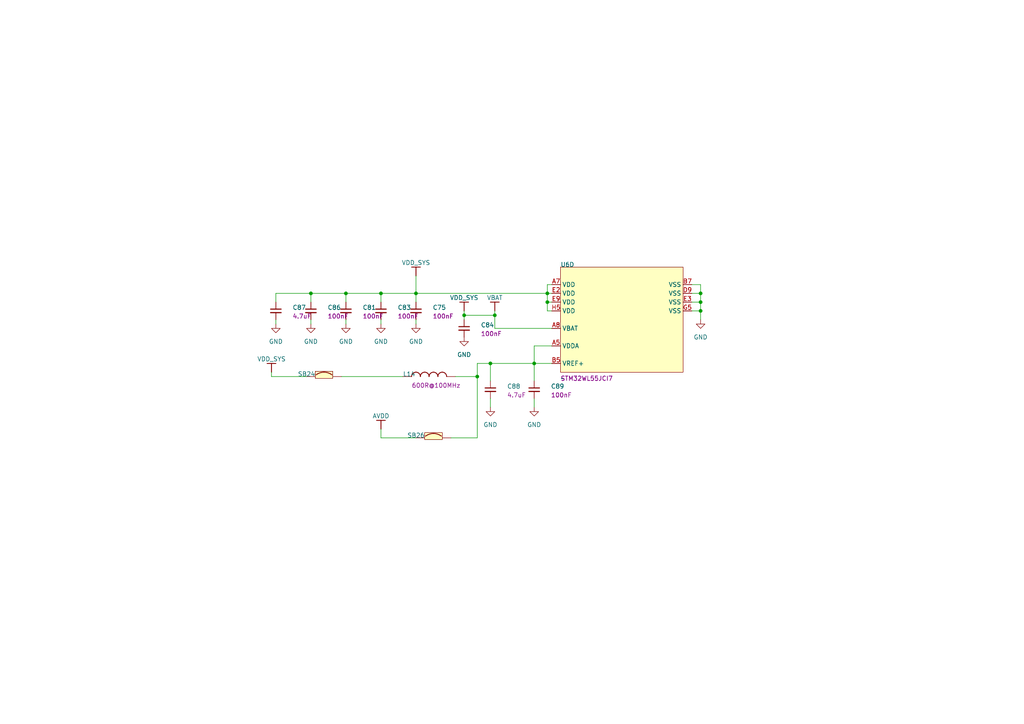
<source format=kicad_sch>
(kicad_sch (version 20211123) (generator eeschema)

  (uuid a8efa82f-79b4-42a1-abdf-240af243adf6)

  (paper "A4")

  (title_block
    (title "STM32 microcontroller power")
    (date "Not used")
    (rev "Not used")
    (company "STMicroelectronics")
  )

  (lib_symbols
    (symbol "Device:C_Small" (pin_numbers hide) (pin_names (offset 0.254) hide) (in_bom yes) (on_board yes)
      (property "Reference" "C" (id 0) (at 0.254 1.778 0)
        (effects (font (size 1.27 1.27)) (justify left))
      )
      (property "Value" "C_Small" (id 1) (at 0.254 -2.032 0)
        (effects (font (size 1.27 1.27)) (justify left))
      )
      (property "Footprint" "" (id 2) (at 0 0 0)
        (effects (font (size 1.27 1.27)) hide)
      )
      (property "Datasheet" "~" (id 3) (at 0 0 0)
        (effects (font (size 1.27 1.27)) hide)
      )
      (property "ki_keywords" "capacitor cap" (id 4) (at 0 0 0)
        (effects (font (size 1.27 1.27)) hide)
      )
      (property "ki_description" "Unpolarized capacitor, small symbol" (id 5) (at 0 0 0)
        (effects (font (size 1.27 1.27)) hide)
      )
      (property "ki_fp_filters" "C_*" (id 6) (at 0 0 0)
        (effects (font (size 1.27 1.27)) hide)
      )
      (symbol "C_Small_0_1"
        (polyline
          (pts
            (xy -1.524 -0.508)
            (xy 1.524 -0.508)
          )
          (stroke (width 0.3302) (type default) (color 0 0 0 0))
          (fill (type none))
        )
        (polyline
          (pts
            (xy -1.524 0.508)
            (xy 1.524 0.508)
          )
          (stroke (width 0.3048) (type default) (color 0 0 0 0))
          (fill (type none))
        )
      )
      (symbol "C_Small_1_1"
        (pin passive line (at 0 2.54 270) (length 2.032)
          (name "~" (effects (font (size 1.27 1.27))))
          (number "1" (effects (font (size 1.27 1.27))))
        )
        (pin passive line (at 0 -2.54 90) (length 2.032)
          (name "~" (effects (font (size 1.27 1.27))))
          (number "2" (effects (font (size 1.27 1.27))))
        )
      )
    )
    (symbol "STM32_microcontroller_power-altium-import:0_BEAD" (in_bom yes) (on_board yes)
      (property "Reference" "" (id 0) (at 0 0 0)
        (effects (font (size 1.27 1.27)))
      )
      (property "Value" "0_BEAD" (id 1) (at 0 0 0)
        (effects (font (size 1.27 1.27)))
      )
      (property "Footprint" "" (id 2) (at 0 0 0)
        (effects (font (size 1.27 1.27)) hide)
      )
      (property "Datasheet" "" (id 3) (at 0 0 0)
        (effects (font (size 1.27 1.27)) hide)
      )
      (property "ki_description" "SMD Chip ferrite bead, 600R@100MHz +/-25%, 350mA, 500mohm DC, 0603, T=0.8mm" (id 4) (at 0 0 0)
        (effects (font (size 1.27 1.27)) hide)
      )
      (property "ki_fp_filters" "L0603" (id 5) (at 0 0 0)
        (effects (font (size 1.27 1.27)) hide)
      )
      (symbol "0_BEAD_1_0"
        (arc (start 1.27 -1.27) (mid 0.372 -1.642) (end 0 -2.54)
          (stroke (width 0.254) (type default) (color 0 0 0 0))
          (fill (type none))
        )
        (arc (start 2.54 -2.54) (mid 2.168 -1.642) (end 1.27 -1.27)
          (stroke (width 0.254) (type default) (color 0 0 0 0))
          (fill (type none))
        )
        (arc (start 3.81 -1.27) (mid 2.912 -1.642) (end 2.54 -2.54)
          (stroke (width 0.254) (type default) (color 0 0 0 0))
          (fill (type none))
        )
        (arc (start 5.08 -2.54) (mid 4.708 -1.642) (end 3.81 -1.27)
          (stroke (width 0.254) (type default) (color 0 0 0 0))
          (fill (type none))
        )
        (arc (start 6.35 -1.27) (mid 5.452 -1.642) (end 5.08 -2.54)
          (stroke (width 0.254) (type default) (color 0 0 0 0))
          (fill (type none))
        )
        (arc (start 7.62 -2.54) (mid 7.248 -1.642) (end 6.35 -1.27)
          (stroke (width 0.254) (type default) (color 0 0 0 0))
          (fill (type none))
        )
        (arc (start 8.89 -1.27) (mid 7.992 -1.642) (end 7.62 -2.54)
          (stroke (width 0.254) (type default) (color 0 0 0 0))
          (fill (type none))
        )
        (arc (start 10.16 -2.54) (mid 9.788 -1.642) (end 8.89 -1.27)
          (stroke (width 0.254) (type default) (color 0 0 0 0))
          (fill (type none))
        )
        (pin passive line (at -2.54 -2.54 0) (length 2.54)
          (name "1" (effects (font (size 0 0))))
          (number "1" (effects (font (size 0 0))))
        )
        (pin passive line (at 12.7 -2.54 180) (length 2.54)
          (name "2" (effects (font (size 0 0))))
          (number "2" (effects (font (size 0 0))))
        )
      )
    )
    (symbol "STM32_microcontroller_power-altium-import:0_SB_ON" (in_bom yes) (on_board yes)
      (property "Reference" "" (id 0) (at 0 0 0)
        (effects (font (size 1.27 1.27)))
      )
      (property "Value" "0_SB_ON" (id 1) (at 0 0 0)
        (effects (font (size 1.27 1.27)))
      )
      (property "Footprint" "" (id 2) (at 0 0 0)
        (effects (font (size 1.27 1.27)) hide)
      )
      (property "Datasheet" "" (id 3) (at 0 0 0)
        (effects (font (size 1.27 1.27)) hide)
      )
      (property "ki_description" "Solder Bridge ON" (id 4) (at 0 0 0)
        (effects (font (size 1.27 1.27)) hide)
      )
      (property "ki_fp_filters" "SOLDER-BRIDGE_R0603-0R" (id 5) (at 0 0 0)
        (effects (font (size 1.27 1.27)) hide)
      )
      (symbol "0_SB_ON_1_0"
        (arc (start 2.54 -1.27) (mid 1.3352 -1.4655) (end 0.254 -2.032)
          (stroke (width 0.254) (type default) (color 0 0 0 0))
          (fill (type none))
        )
        (arc (start 4.826 -2.032) (mid 3.7448 -1.4655) (end 2.54 -1.27)
          (stroke (width 0.254) (type default) (color 0 0 0 0))
          (fill (type none))
        )
        (rectangle (start 5.08 -1.016) (end 0 -3.048)
          (stroke (width 0) (type default) (color 0 0 0 0))
          (fill (type background))
        )
        (pin passive line (at -2.54 -2.54 0) (length 2.54)
          (name "1" (effects (font (size 0 0))))
          (number "1" (effects (font (size 0 0))))
        )
        (pin passive line (at 7.62 -2.54 180) (length 2.54)
          (name "2" (effects (font (size 0 0))))
          (number "2" (effects (font (size 0 0))))
        )
      )
    )
    (symbol "STM32_microcontroller_power-altium-import:0_STM32WL5x_BGA73" (in_bom yes) (on_board yes)
      (property "Reference" "" (id 0) (at 0 0 0)
        (effects (font (size 1.27 1.27)))
      )
      (property "Value" "0_STM32WL5x_BGA73" (id 1) (at 0 0 0)
        (effects (font (size 1.27 1.27)))
      )
      (property "Footprint" "" (id 2) (at 0 0 0)
        (effects (font (size 1.27 1.27)) hide)
      )
      (property "Datasheet" "" (id 3) (at 0 0 0)
        (effects (font (size 1.27 1.27)) hide)
      )
      (property "ki_description" "Multiprotocol Wireless 32-bit MCUwith LPWAN Sub-GHz radio solution" (id 4) (at 0 0 0)
        (effects (font (size 1.27 1.27)) hide)
      )
      (property "ki_fp_filters" "ICC_UFBGA73_5X5_P050" (id 5) (at 0 0 0)
        (effects (font (size 1.27 1.27)) hide)
      )
      (symbol "0_STM32WL5x_BGA73_1_0"
        (rectangle (start 30.48 0) (end 0 -50.8)
          (stroke (width 0) (type default) (color 0 0 0 0))
          (fill (type background))
        )
        (pin passive line (at -2.54 -15.24 0) (length 2.54)
          (name "VDDRF" (effects (font (size 1.27 1.27))))
          (number "E8" (effects (font (size 1.27 1.27))))
        )
        (pin passive line (at -2.54 -35.56 0) (length 2.54)
          (name "PB0-VDD_TCXO" (effects (font (size 1.27 1.27))))
          (number "F6" (effects (font (size 1.27 1.27))))
        )
        (pin passive line (at -2.54 -5.08 0) (length 2.54)
          (name "VDDRF1V55" (effects (font (size 1.27 1.27))))
          (number "F7" (effects (font (size 1.27 1.27))))
        )
        (pin passive line (at -2.54 -43.18 0) (length 2.54)
          (name "OSC_OUT" (effects (font (size 1.27 1.27))))
          (number "F8" (effects (font (size 1.27 1.27))))
        )
        (pin passive line (at -2.54 -20.32 0) (length 2.54)
          (name "VSSRF" (effects (font (size 1.27 1.27))))
          (number "G6" (effects (font (size 1.27 1.27))))
        )
        (pin passive line (at -2.54 -22.86 0) (length 2.54)
          (name "VSSRF" (effects (font (size 1.27 1.27))))
          (number "G7" (effects (font (size 1.27 1.27))))
        )
        (pin passive line (at -2.54 -25.4 0) (length 2.54)
          (name "VSSRF" (effects (font (size 1.27 1.27))))
          (number "G8" (effects (font (size 1.27 1.27))))
        )
        (pin passive line (at -2.54 -40.64 0) (length 2.54)
          (name "OSC_IN" (effects (font (size 1.27 1.27))))
          (number "G9" (effects (font (size 1.27 1.27))))
        )
        (pin passive line (at -2.54 -27.94 0) (length 2.54)
          (name "VSSRF" (effects (font (size 1.27 1.27))))
          (number "H6" (effects (font (size 1.27 1.27))))
        )
        (pin passive line (at 33.02 -45.72 180) (length 2.54)
          (name "RFI_N" (effects (font (size 1.27 1.27))))
          (number "H7" (effects (font (size 1.27 1.27))))
        )
        (pin passive line (at -2.54 -10.16 0) (length 2.54)
          (name "VDDPA" (effects (font (size 1.27 1.27))))
          (number "H8" (effects (font (size 1.27 1.27))))
        )
        (pin passive line (at 33.02 -5.08 180) (length 2.54)
          (name "VR_PA" (effects (font (size 1.27 1.27))))
          (number "H9" (effects (font (size 1.27 1.27))))
        )
        (pin passive line (at 33.02 -30.48 180) (length 2.54)
          (name "RFI_P" (effects (font (size 1.27 1.27))))
          (number "J6" (effects (font (size 1.27 1.27))))
        )
        (pin passive line (at 33.02 -20.32 180) (length 2.54)
          (name "RFO_LP" (effects (font (size 1.27 1.27))))
          (number "J8" (effects (font (size 1.27 1.27))))
        )
        (pin passive line (at 33.02 -12.7 180) (length 2.54)
          (name "RFO_HP" (effects (font (size 1.27 1.27))))
          (number "J9" (effects (font (size 1.27 1.27))))
        )
      )
      (symbol "0_STM32WL5x_BGA73_2_0"
        (rectangle (start 20.32 0) (end 0 -25.4)
          (stroke (width 0) (type default) (color 0 0 0 0))
          (fill (type background))
        )
        (pin passive line (at -2.54 -22.86 0) (length 2.54)
          (name "VSSSMPS" (effects (font (size 1.27 1.27))))
          (number "A1" (effects (font (size 1.27 1.27))))
        )
        (pin passive line (at -2.54 -5.08 0) (length 2.54)
          (name "VDDSMPS" (effects (font (size 1.27 1.27))))
          (number "A2" (effects (font (size 1.27 1.27))))
        )
        (pin passive line (at -2.54 -10.16 0) (length 2.54)
          (name "VLXSMPS" (effects (font (size 1.27 1.27))))
          (number "B1" (effects (font (size 1.27 1.27))))
        )
        (pin passive line (at -2.54 -15.24 0) (length 2.54)
          (name "VFBSMPS" (effects (font (size 1.27 1.27))))
          (number "B2" (effects (font (size 1.27 1.27))))
        )
      )
      (symbol "0_STM32WL5x_BGA73_3_0"
        (rectangle (start 40.64 0) (end 0 -17.78)
          (stroke (width 0) (type default) (color 0 0 0 0))
          (fill (type background))
        )
        (pin passive line (at -2.54 -5.08 0) (length 2.54)
          (name "PC14-OSC32_IN" (effects (font (size 1.27 1.27))))
          (number "B6" (effects (font (size 1.27 1.27))))
        )
        (pin passive line (at -2.54 -15.24 0) (length 2.54)
          (name "PC15-OSC32_OUT" (effects (font (size 1.27 1.27))))
          (number "C5" (effects (font (size 1.27 1.27))))
        )
        (pin passive line (at 43.18 -15.24 180) (length 2.54)
          (name "NRST" (effects (font (size 1.27 1.27))))
          (number "F5" (effects (font (size 1.27 1.27))))
        )
        (pin passive line (at 43.18 -5.08 180) (length 2.54)
          (name "PH3-BOOT0" (effects (font (size 1.27 1.27))))
          (number "J5" (effects (font (size 1.27 1.27))))
        )
      )
      (symbol "0_STM32WL5x_BGA73_4_0"
        (rectangle (start 35.56 0) (end 0 -30.48)
          (stroke (width 0) (type default) (color 0 0 0 0))
          (fill (type background))
        )
        (pin passive line (at -2.54 -22.86 0) (length 2.54)
          (name "VDDA" (effects (font (size 1.27 1.27))))
          (number "A5" (effects (font (size 1.27 1.27))))
        )
        (pin passive line (at -2.54 -5.08 0) (length 2.54)
          (name "VDD" (effects (font (size 1.27 1.27))))
          (number "A7" (effects (font (size 1.27 1.27))))
        )
        (pin passive line (at -2.54 -17.78 0) (length 2.54)
          (name "VBAT" (effects (font (size 1.27 1.27))))
          (number "A8" (effects (font (size 1.27 1.27))))
        )
        (pin passive line (at -2.54 -27.94 0) (length 2.54)
          (name "VREF+" (effects (font (size 1.27 1.27))))
          (number "B5" (effects (font (size 1.27 1.27))))
        )
        (pin passive line (at 38.1 -5.08 180) (length 2.54)
          (name "VSS" (effects (font (size 1.27 1.27))))
          (number "B7" (effects (font (size 1.27 1.27))))
        )
        (pin passive line (at 38.1 -7.62 180) (length 2.54)
          (name "VSS" (effects (font (size 1.27 1.27))))
          (number "D9" (effects (font (size 1.27 1.27))))
        )
        (pin passive line (at -2.54 -7.62 0) (length 2.54)
          (name "VDD" (effects (font (size 1.27 1.27))))
          (number "E2" (effects (font (size 1.27 1.27))))
        )
        (pin passive line (at 38.1 -10.16 180) (length 2.54)
          (name "VSS" (effects (font (size 1.27 1.27))))
          (number "E3" (effects (font (size 1.27 1.27))))
        )
        (pin passive line (at -2.54 -10.16 0) (length 2.54)
          (name "VDD" (effects (font (size 1.27 1.27))))
          (number "E9" (effects (font (size 1.27 1.27))))
        )
        (pin passive line (at 38.1 -12.7 180) (length 2.54)
          (name "VSS" (effects (font (size 1.27 1.27))))
          (number "G5" (effects (font (size 1.27 1.27))))
        )
        (pin passive line (at -2.54 -12.7 0) (length 2.54)
          (name "VDD" (effects (font (size 1.27 1.27))))
          (number "H5" (effects (font (size 1.27 1.27))))
        )
      )
      (symbol "0_STM32WL5x_BGA73_5_0"
        (rectangle (start 40.64 0) (end 0 -76.2)
          (stroke (width 0) (type default) (color 0 0 0 0))
          (fill (type background))
        )
        (pin passive line (at -2.54 -40.64 0) (length 2.54)
          (name "PA14" (effects (font (size 1.27 1.27))))
          (number "A4" (effects (font (size 1.27 1.27))))
        )
        (pin passive line (at -2.54 -35.56 0) (length 2.54)
          (name "PA12" (effects (font (size 1.27 1.27))))
          (number "A9" (effects (font (size 1.27 1.27))))
        )
        (pin passive line (at -2.54 -43.18 0) (length 2.54)
          (name "PA15" (effects (font (size 1.27 1.27))))
          (number "B3" (effects (font (size 1.27 1.27))))
        )
        (pin passive line (at 43.18 -43.18 180) (length 2.54)
          (name "PB15" (effects (font (size 1.27 1.27))))
          (number "B4" (effects (font (size 1.27 1.27))))
        )
        (pin passive line (at -2.54 -38.1 0) (length 2.54)
          (name "PA13" (effects (font (size 1.27 1.27))))
          (number "B8" (effects (font (size 1.27 1.27))))
        )
        (pin passive line (at -2.54 -33.02 0) (length 2.54)
          (name "PA11" (effects (font (size 1.27 1.27))))
          (number "B9" (effects (font (size 1.27 1.27))))
        )
        (pin passive line (at 43.18 -12.7 180) (length 2.54)
          (name "PB3" (effects (font (size 1.27 1.27))))
          (number "C1" (effects (font (size 1.27 1.27))))
        )
        (pin passive line (at 43.18 -15.24 180) (length 2.54)
          (name "PB4" (effects (font (size 1.27 1.27))))
          (number "C2" (effects (font (size 1.27 1.27))))
        )
        (pin passive line (at 43.18 -22.86 180) (length 2.54)
          (name "PB7" (effects (font (size 1.27 1.27))))
          (number "C3" (effects (font (size 1.27 1.27))))
        )
        (pin passive line (at 43.18 -27.94 180) (length 2.54)
          (name "PB9" (effects (font (size 1.27 1.27))))
          (number "C4" (effects (font (size 1.27 1.27))))
        )
        (pin passive line (at 43.18 -40.64 180) (length 2.54)
          (name "PB14" (effects (font (size 1.27 1.27))))
          (number "C6" (effects (font (size 1.27 1.27))))
        )
        (pin passive line (at -2.54 -71.12 0) (length 2.54)
          (name "PC13" (effects (font (size 1.27 1.27))))
          (number "C7" (effects (font (size 1.27 1.27))))
        )
        (pin passive line (at -2.54 -30.48 0) (length 2.54)
          (name "PA10" (effects (font (size 1.27 1.27))))
          (number "C8" (effects (font (size 1.27 1.27))))
        )
        (pin passive line (at 43.18 -17.78 180) (length 2.54)
          (name "PB5" (effects (font (size 1.27 1.27))))
          (number "D2" (effects (font (size 1.27 1.27))))
        )
        (pin passive line (at 43.18 -25.4 180) (length 2.54)
          (name "PB8" (effects (font (size 1.27 1.27))))
          (number "D3" (effects (font (size 1.27 1.27))))
        )
        (pin passive line (at -2.54 -55.88 0) (length 2.54)
          (name "PC2" (effects (font (size 1.27 1.27))))
          (number "D4" (effects (font (size 1.27 1.27))))
        )
        (pin passive line (at -2.54 -58.42 0) (length 2.54)
          (name "PC3" (effects (font (size 1.27 1.27))))
          (number "D5" (effects (font (size 1.27 1.27))))
        )
        (pin passive line (at -2.54 -5.08 0) (length 2.54)
          (name "PA0" (effects (font (size 1.27 1.27))))
          (number "D6" (effects (font (size 1.27 1.27))))
        )
        (pin passive line (at 43.18 -38.1 180) (length 2.54)
          (name "PB13" (effects (font (size 1.27 1.27))))
          (number "D7" (effects (font (size 1.27 1.27))))
        )
        (pin passive line (at 43.18 -10.16 180) (length 2.54)
          (name "PB2" (effects (font (size 1.27 1.27))))
          (number "D8" (effects (font (size 1.27 1.27))))
        )
        (pin passive line (at 43.18 -20.32 180) (length 2.54)
          (name "PB6" (effects (font (size 1.27 1.27))))
          (number "E1" (effects (font (size 1.27 1.27))))
        )
        (pin passive line (at -2.54 -63.5 0) (length 2.54)
          (name "PC5" (effects (font (size 1.27 1.27))))
          (number "E4" (effects (font (size 1.27 1.27))))
        )
        (pin passive line (at -2.54 -27.94 0) (length 2.54)
          (name "PA9" (effects (font (size 1.27 1.27))))
          (number "E5" (effects (font (size 1.27 1.27))))
        )
        (pin passive line (at 43.18 -35.56 180) (length 2.54)
          (name "PB12" (effects (font (size 1.27 1.27))))
          (number "E6" (effects (font (size 1.27 1.27))))
        )
        (pin passive line (at 43.18 -7.62 180) (length 2.54)
          (name "PB1" (effects (font (size 1.27 1.27))))
          (number "E7" (effects (font (size 1.27 1.27))))
        )
        (pin passive line (at -2.54 -53.34 0) (length 2.54)
          (name "PC1" (effects (font (size 1.27 1.27))))
          (number "F1" (effects (font (size 1.27 1.27))))
        )
        (pin passive line (at -2.54 -50.8 0) (length 2.54)
          (name "PC0" (effects (font (size 1.27 1.27))))
          (number "F2" (effects (font (size 1.27 1.27))))
        )
        (pin passive line (at -2.54 -60.96 0) (length 2.54)
          (name "PC4" (effects (font (size 1.27 1.27))))
          (number "F3" (effects (font (size 1.27 1.27))))
        )
        (pin passive line (at -2.54 -20.32 0) (length 2.54)
          (name "PA6" (effects (font (size 1.27 1.27))))
          (number "F4" (effects (font (size 1.27 1.27))))
        )
        (pin passive line (at -2.54 -66.04 0) (length 2.54)
          (name "PC6" (effects (font (size 1.27 1.27))))
          (number "G2" (effects (font (size 1.27 1.27))))
        )
        (pin passive line (at -2.54 -7.62 0) (length 2.54)
          (name "PA1" (effects (font (size 1.27 1.27))))
          (number "G3" (effects (font (size 1.27 1.27))))
        )
        (pin passive line (at 43.18 -33.02 180) (length 2.54)
          (name "PB11" (effects (font (size 1.27 1.27))))
          (number "G4" (effects (font (size 1.27 1.27))))
        )
        (pin passive line (at -2.54 -12.7 0) (length 2.54)
          (name "PA3" (effects (font (size 1.27 1.27))))
          (number "H1" (effects (font (size 1.27 1.27))))
        )
        (pin passive line (at -2.54 -10.16 0) (length 2.54)
          (name "PA2" (effects (font (size 1.27 1.27))))
          (number "H2" (effects (font (size 1.27 1.27))))
        )
        (pin passive line (at -2.54 -22.86 0) (length 2.54)
          (name "PA7" (effects (font (size 1.27 1.27))))
          (number "H3" (effects (font (size 1.27 1.27))))
        )
        (pin passive line (at 43.18 -30.48 180) (length 2.54)
          (name "PB10" (effects (font (size 1.27 1.27))))
          (number "H4" (effects (font (size 1.27 1.27))))
        )
        (pin passive line (at -2.54 -15.24 0) (length 2.54)
          (name "PA4" (effects (font (size 1.27 1.27))))
          (number "J1" (effects (font (size 1.27 1.27))))
        )
        (pin passive line (at -2.54 -17.78 0) (length 2.54)
          (name "PA5" (effects (font (size 1.27 1.27))))
          (number "J2" (effects (font (size 1.27 1.27))))
        )
        (pin passive line (at -2.54 -25.4 0) (length 2.54)
          (name "PA8" (effects (font (size 1.27 1.27))))
          (number "J3" (effects (font (size 1.27 1.27))))
        )
      )
    )
    (symbol "STM32_microcontroller_power-altium-import:AVDD" (power) (in_bom yes) (on_board yes)
      (property "Reference" "#PWR" (id 0) (at 0 0 0)
        (effects (font (size 1.27 1.27)))
      )
      (property "Value" "AVDD" (id 1) (at 0 3.81 0)
        (effects (font (size 1.27 1.27)))
      )
      (property "Footprint" "" (id 2) (at 0 0 0)
        (effects (font (size 1.27 1.27)) hide)
      )
      (property "Datasheet" "" (id 3) (at 0 0 0)
        (effects (font (size 1.27 1.27)) hide)
      )
      (property "ki_keywords" "power-flag" (id 4) (at 0 0 0)
        (effects (font (size 1.27 1.27)) hide)
      )
      (property "ki_description" "Power symbol creates a global label with name 'AVDD'" (id 5) (at 0 0 0)
        (effects (font (size 1.27 1.27)) hide)
      )
      (symbol "AVDD_0_0"
        (polyline
          (pts
            (xy -1.27 -2.54)
            (xy 1.27 -2.54)
          )
          (stroke (width 0.254) (type default) (color 0 0 0 0))
          (fill (type none))
        )
        (polyline
          (pts
            (xy 0 0)
            (xy 0 -2.54)
          )
          (stroke (width 0.254) (type default) (color 0 0 0 0))
          (fill (type none))
        )
        (pin power_in line (at 0 0 0) (length 0) hide
          (name "AVDD" (effects (font (size 1.27 1.27))))
          (number "" (effects (font (size 1.27 1.27))))
        )
      )
    )
    (symbol "STM32_microcontroller_power-altium-import:VBAT" (power) (in_bom yes) (on_board yes)
      (property "Reference" "#PWR" (id 0) (at 0 0 0)
        (effects (font (size 1.27 1.27)))
      )
      (property "Value" "VBAT" (id 1) (at 0 3.81 0)
        (effects (font (size 1.27 1.27)))
      )
      (property "Footprint" "" (id 2) (at 0 0 0)
        (effects (font (size 1.27 1.27)) hide)
      )
      (property "Datasheet" "" (id 3) (at 0 0 0)
        (effects (font (size 1.27 1.27)) hide)
      )
      (property "ki_keywords" "power-flag" (id 4) (at 0 0 0)
        (effects (font (size 1.27 1.27)) hide)
      )
      (property "ki_description" "Power symbol creates a global label with name 'VBAT'" (id 5) (at 0 0 0)
        (effects (font (size 1.27 1.27)) hide)
      )
      (symbol "VBAT_0_0"
        (polyline
          (pts
            (xy -1.27 -2.54)
            (xy 1.27 -2.54)
          )
          (stroke (width 0.254) (type default) (color 0 0 0 0))
          (fill (type none))
        )
        (polyline
          (pts
            (xy 0 0)
            (xy 0 -2.54)
          )
          (stroke (width 0.254) (type default) (color 0 0 0 0))
          (fill (type none))
        )
        (pin power_in line (at 0 0 0) (length 0) hide
          (name "VBAT" (effects (font (size 1.27 1.27))))
          (number "" (effects (font (size 1.27 1.27))))
        )
      )
    )
    (symbol "STM32_microcontroller_power-altium-import:VDD_SYS" (power) (in_bom yes) (on_board yes)
      (property "Reference" "#PWR" (id 0) (at 0 0 0)
        (effects (font (size 1.27 1.27)))
      )
      (property "Value" "VDD_SYS" (id 1) (at 0 3.81 0)
        (effects (font (size 1.27 1.27)))
      )
      (property "Footprint" "" (id 2) (at 0 0 0)
        (effects (font (size 1.27 1.27)) hide)
      )
      (property "Datasheet" "" (id 3) (at 0 0 0)
        (effects (font (size 1.27 1.27)) hide)
      )
      (property "ki_keywords" "power-flag" (id 4) (at 0 0 0)
        (effects (font (size 1.27 1.27)) hide)
      )
      (property "ki_description" "Power symbol creates a global label with name 'VDD_SYS'" (id 5) (at 0 0 0)
        (effects (font (size 1.27 1.27)) hide)
      )
      (symbol "VDD_SYS_0_0"
        (polyline
          (pts
            (xy -1.27 -2.54)
            (xy 1.27 -2.54)
          )
          (stroke (width 0.254) (type default) (color 0 0 0 0))
          (fill (type none))
        )
        (polyline
          (pts
            (xy 0 0)
            (xy 0 -2.54)
          )
          (stroke (width 0.254) (type default) (color 0 0 0 0))
          (fill (type none))
        )
        (pin power_in line (at 0 0 0) (length 0) hide
          (name "VDD_SYS" (effects (font (size 1.27 1.27))))
          (number "" (effects (font (size 1.27 1.27))))
        )
      )
    )
    (symbol "power:GND" (power) (pin_names (offset 0)) (in_bom yes) (on_board yes)
      (property "Reference" "#PWR" (id 0) (at 0 -6.35 0)
        (effects (font (size 1.27 1.27)) hide)
      )
      (property "Value" "GND" (id 1) (at 0 -3.81 0)
        (effects (font (size 1.27 1.27)))
      )
      (property "Footprint" "" (id 2) (at 0 0 0)
        (effects (font (size 1.27 1.27)) hide)
      )
      (property "Datasheet" "" (id 3) (at 0 0 0)
        (effects (font (size 1.27 1.27)) hide)
      )
      (property "ki_keywords" "power-flag" (id 4) (at 0 0 0)
        (effects (font (size 1.27 1.27)) hide)
      )
      (property "ki_description" "Power symbol creates a global label with name \"GND\" , ground" (id 5) (at 0 0 0)
        (effects (font (size 1.27 1.27)) hide)
      )
      (symbol "GND_0_1"
        (polyline
          (pts
            (xy 0 0)
            (xy 0 -1.27)
            (xy 1.27 -1.27)
            (xy 0 -2.54)
            (xy -1.27 -1.27)
            (xy 0 -1.27)
          )
          (stroke (width 0) (type default) (color 0 0 0 0))
          (fill (type none))
        )
      )
      (symbol "GND_1_1"
        (pin power_in line (at 0 0 270) (length 0) hide
          (name "GND" (effects (font (size 1.27 1.27))))
          (number "1" (effects (font (size 1.27 1.27))))
        )
      )
    )
  )

  (junction (at 203.2 90.17) (diameter 0) (color 0 0 0 0)
    (uuid 07a5475d-016c-4b0d-8ffc-866dae88e3e4)
  )
  (junction (at 138.43 109.22) (diameter 0) (color 0 0 0 0)
    (uuid 07ebc7a6-509a-4f17-b51f-c13fe3adceb3)
  )
  (junction (at 100.33 85.09) (diameter 0) (color 0 0 0 0)
    (uuid 12ebfd98-703b-4e66-a2ef-dae5ab6ae72c)
  )
  (junction (at 110.49 85.09) (diameter 0) (color 0 0 0 0)
    (uuid 1681b873-797e-4928-8cea-37066e3c8740)
  )
  (junction (at 158.75 87.63) (diameter 0) (color 0 0 0 0)
    (uuid 1aabb317-7a67-44e0-b2d0-d19d3227854a)
  )
  (junction (at 120.65 85.09) (diameter 0) (color 0 0 0 0)
    (uuid 4e6c1701-d778-461f-ad18-4cbe37c1524d)
  )
  (junction (at 154.94 105.41) (diameter 0) (color 0 0 0 0)
    (uuid 653a7e12-95ac-4f7d-b20d-6389e91fbdb3)
  )
  (junction (at 90.17 85.09) (diameter 0) (color 0 0 0 0)
    (uuid 6859b2ac-9c98-4c01-ad45-18e81532f42b)
  )
  (junction (at 158.75 85.09) (diameter 0) (color 0 0 0 0)
    (uuid 6db8570a-cc84-4eab-ba11-8147739308ed)
  )
  (junction (at 143.51 91.44) (diameter 0) (color 0 0 0 0)
    (uuid 90729e6f-83e6-49f3-8f82-33c64a3981be)
  )
  (junction (at 142.24 105.41) (diameter 0) (color 0 0 0 0)
    (uuid ab29b6fb-f003-4187-94fa-a04d1f4c324f)
  )
  (junction (at 203.2 85.09) (diameter 0) (color 0 0 0 0)
    (uuid b99ab0dc-10c9-42e3-a3f5-4a124c76da4f)
  )
  (junction (at 203.2 87.63) (diameter 0) (color 0 0 0 0)
    (uuid bc72da33-1416-452f-8c3f-008f1137fa6c)
  )
  (junction (at 134.62 91.44) (diameter 0) (color 0 0 0 0)
    (uuid f06742d2-763f-400b-a248-6ef46a3e18c2)
  )

  (wire (pts (xy 154.94 105.41) (xy 160.02 105.41))
    (stroke (width 0) (type default) (color 0 0 0 0))
    (uuid 04d9cb03-982c-4fa5-a449-a3d248f3a873)
  )
  (wire (pts (xy 120.65 92.71) (xy 120.65 93.98))
    (stroke (width 0) (type default) (color 0 0 0 0))
    (uuid 0ac1340b-1887-4e88-a181-cc87407a9477)
  )
  (wire (pts (xy 154.94 110.49) (xy 154.94 105.41))
    (stroke (width 0) (type default) (color 0 0 0 0))
    (uuid 0ff22b22-393e-486b-b316-1544836d3cf7)
  )
  (wire (pts (xy 203.2 85.09) (xy 203.2 82.55))
    (stroke (width 0) (type default) (color 0 0 0 0))
    (uuid 100d5d98-5e29-4707-a515-f1c038dc217a)
  )
  (wire (pts (xy 160.02 100.33) (xy 154.94 100.33))
    (stroke (width 0) (type default) (color 0 0 0 0))
    (uuid 11761f84-896d-4877-92f0-1ce5a6577063)
  )
  (wire (pts (xy 200.66 85.09) (xy 203.2 85.09))
    (stroke (width 0) (type default) (color 0 0 0 0))
    (uuid 13102709-f445-408f-8d33-91c7b9032bc3)
  )
  (wire (pts (xy 158.75 90.17) (xy 158.75 87.63))
    (stroke (width 0) (type default) (color 0 0 0 0))
    (uuid 1527e68d-cd7d-4f34-9a57-89ab2ce3d760)
  )
  (wire (pts (xy 142.24 110.49) (xy 142.24 105.41))
    (stroke (width 0) (type default) (color 0 0 0 0))
    (uuid 24071f4c-12c7-4321-94d4-c5db005599b6)
  )
  (wire (pts (xy 142.24 115.57) (xy 142.24 118.11))
    (stroke (width 0) (type default) (color 0 0 0 0))
    (uuid 245d822d-15c0-4d26-94db-dcacb0ff3d53)
  )
  (wire (pts (xy 142.24 105.41) (xy 154.94 105.41))
    (stroke (width 0) (type default) (color 0 0 0 0))
    (uuid 2811f430-4a3b-4dd9-904f-0cfca5117f2f)
  )
  (wire (pts (xy 110.49 92.71) (xy 110.49 93.98))
    (stroke (width 0) (type default) (color 0 0 0 0))
    (uuid 2b1c216e-af2d-48e5-bcc8-008e08aae27d)
  )
  (wire (pts (xy 120.65 80.01) (xy 120.65 85.09))
    (stroke (width 0) (type default) (color 0 0 0 0))
    (uuid 2fe8d3b5-5d91-49c0-8986-d27d659bf648)
  )
  (wire (pts (xy 100.33 85.09) (xy 90.17 85.09))
    (stroke (width 0) (type default) (color 0 0 0 0))
    (uuid 31c7aa07-540a-4c47-b784-44490ed78fa4)
  )
  (wire (pts (xy 110.49 85.09) (xy 110.49 87.63))
    (stroke (width 0) (type default) (color 0 0 0 0))
    (uuid 32a5dea8-4654-4038-a117-b1fc8c0a5c6d)
  )
  (wire (pts (xy 200.66 90.17) (xy 203.2 90.17))
    (stroke (width 0) (type default) (color 0 0 0 0))
    (uuid 353be039-bc10-4c9a-b2b3-a2133cfb9257)
  )
  (wire (pts (xy 203.2 87.63) (xy 203.2 85.09))
    (stroke (width 0) (type default) (color 0 0 0 0))
    (uuid 3c0bee46-8668-4dd6-aad8-633015e34b2c)
  )
  (wire (pts (xy 90.17 85.09) (xy 80.01 85.09))
    (stroke (width 0) (type default) (color 0 0 0 0))
    (uuid 3ec79348-7677-4324-be20-4f9fc37d0662)
  )
  (wire (pts (xy 78.74 109.22) (xy 88.9 109.22))
    (stroke (width 0) (type default) (color 0 0 0 0))
    (uuid 40364865-b1ea-4703-8ec9-1c9e4d119809)
  )
  (wire (pts (xy 138.43 109.22) (xy 138.43 127))
    (stroke (width 0) (type default) (color 0 0 0 0))
    (uuid 43ce58c6-a206-4db7-b070-48d93c8eca81)
  )
  (wire (pts (xy 158.75 82.55) (xy 158.75 85.09))
    (stroke (width 0) (type default) (color 0 0 0 0))
    (uuid 444e0da1-1e4a-4a60-856e-ec94298b0e64)
  )
  (wire (pts (xy 130.81 127) (xy 138.43 127))
    (stroke (width 0) (type default) (color 0 0 0 0))
    (uuid 4b8cf6bf-efa1-4bd1-bfe8-0d2c239e1556)
  )
  (wire (pts (xy 100.33 92.71) (xy 100.33 93.98))
    (stroke (width 0) (type default) (color 0 0 0 0))
    (uuid 4c3cf9bb-aa64-4b39-8f16-040bc7f445fb)
  )
  (wire (pts (xy 120.65 85.09) (xy 110.49 85.09))
    (stroke (width 0) (type default) (color 0 0 0 0))
    (uuid 52f1db92-7114-47b1-b2ad-f94351bef09d)
  )
  (wire (pts (xy 154.94 115.57) (xy 154.94 118.11))
    (stroke (width 0) (type default) (color 0 0 0 0))
    (uuid 58b32b2e-f772-4526-b836-04b4c0add7f9)
  )
  (wire (pts (xy 138.43 109.22) (xy 138.43 105.41))
    (stroke (width 0) (type default) (color 0 0 0 0))
    (uuid 63c53124-e1ce-48c0-8b2f-20b8cc1720b8)
  )
  (wire (pts (xy 143.51 90.17) (xy 143.51 91.44))
    (stroke (width 0) (type default) (color 0 0 0 0))
    (uuid 640bb9ca-f2f0-40d9-8059-9ae0bc80322a)
  )
  (wire (pts (xy 78.74 107.95) (xy 78.74 109.22))
    (stroke (width 0) (type default) (color 0 0 0 0))
    (uuid 657fea4e-e5e4-459e-ae4d-2659f83393ee)
  )
  (wire (pts (xy 203.2 82.55) (xy 200.66 82.55))
    (stroke (width 0) (type default) (color 0 0 0 0))
    (uuid 684bb81d-6519-4cf5-8631-0887d43d3310)
  )
  (wire (pts (xy 100.33 85.09) (xy 100.33 87.63))
    (stroke (width 0) (type default) (color 0 0 0 0))
    (uuid 7bde8f24-edea-4eaf-bd13-525dbafc1277)
  )
  (wire (pts (xy 80.01 92.71) (xy 80.01 93.98))
    (stroke (width 0) (type default) (color 0 0 0 0))
    (uuid 85496b95-7539-4db8-abb8-55814965f990)
  )
  (wire (pts (xy 80.01 85.09) (xy 80.01 87.63))
    (stroke (width 0) (type default) (color 0 0 0 0))
    (uuid 8570f787-fc1a-4108-bc11-3018a3694174)
  )
  (wire (pts (xy 160.02 85.09) (xy 158.75 85.09))
    (stroke (width 0) (type default) (color 0 0 0 0))
    (uuid 88d012f0-fbef-4591-a25a-397ff9bc3be7)
  )
  (wire (pts (xy 90.17 85.09) (xy 90.17 87.63))
    (stroke (width 0) (type default) (color 0 0 0 0))
    (uuid 8a3cb2b8-0937-477e-8933-f1f0f1b79943)
  )
  (wire (pts (xy 154.94 100.33) (xy 154.94 105.41))
    (stroke (width 0) (type default) (color 0 0 0 0))
    (uuid 8bc75af0-b88f-4bb1-8731-9ed4ac1ef347)
  )
  (wire (pts (xy 90.17 92.71) (xy 90.17 93.98))
    (stroke (width 0) (type default) (color 0 0 0 0))
    (uuid 90b2dbb8-3bbe-4458-a336-0cc04ccdd86c)
  )
  (wire (pts (xy 134.62 91.44) (xy 134.62 90.17))
    (stroke (width 0) (type default) (color 0 0 0 0))
    (uuid 90b56041-23a3-4f4a-aeab-a0128b7aa893)
  )
  (wire (pts (xy 120.65 85.09) (xy 120.65 87.63))
    (stroke (width 0) (type default) (color 0 0 0 0))
    (uuid 9b11bf69-1e5d-4760-88b4-843528968a4e)
  )
  (wire (pts (xy 158.75 85.09) (xy 120.65 85.09))
    (stroke (width 0) (type default) (color 0 0 0 0))
    (uuid b214417f-fca0-4031-885c-09af19a63b19)
  )
  (wire (pts (xy 99.06 109.22) (xy 116.84 109.22))
    (stroke (width 0) (type default) (color 0 0 0 0))
    (uuid b4ad22c6-e7b9-49de-a1e5-fea799e6b3e3)
  )
  (wire (pts (xy 138.43 105.41) (xy 142.24 105.41))
    (stroke (width 0) (type default) (color 0 0 0 0))
    (uuid b4f2f8c1-8d9f-4d71-a41d-21972089deae)
  )
  (wire (pts (xy 110.49 127) (xy 120.65 127))
    (stroke (width 0) (type default) (color 0 0 0 0))
    (uuid b992c448-7c80-41d0-89a3-79ae0ac17f41)
  )
  (wire (pts (xy 203.2 92.71) (xy 203.2 90.17))
    (stroke (width 0) (type default) (color 0 0 0 0))
    (uuid c24c3d79-f725-468b-b153-4e94e01d42f7)
  )
  (wire (pts (xy 200.66 87.63) (xy 203.2 87.63))
    (stroke (width 0) (type default) (color 0 0 0 0))
    (uuid cbe0524c-c820-4018-ac23-4c8d13030f3c)
  )
  (wire (pts (xy 132.08 109.22) (xy 138.43 109.22))
    (stroke (width 0) (type default) (color 0 0 0 0))
    (uuid cd72e365-d79e-4288-9c13-a8ad875c59a0)
  )
  (wire (pts (xy 160.02 82.55) (xy 158.75 82.55))
    (stroke (width 0) (type default) (color 0 0 0 0))
    (uuid cd994952-49f0-472b-a18c-e0cb451b10e0)
  )
  (wire (pts (xy 158.75 87.63) (xy 158.75 85.09))
    (stroke (width 0) (type default) (color 0 0 0 0))
    (uuid d4bf9dfe-3f8a-4db9-ac93-0513f6a02214)
  )
  (wire (pts (xy 110.49 124.46) (xy 110.49 127))
    (stroke (width 0) (type default) (color 0 0 0 0))
    (uuid dbe25eac-04e3-441b-8b1c-8bc337e0ec4d)
  )
  (wire (pts (xy 160.02 95.25) (xy 143.51 95.25))
    (stroke (width 0) (type default) (color 0 0 0 0))
    (uuid dd07b9ed-7b46-41dc-bb63-4c74a2656445)
  )
  (wire (pts (xy 158.75 87.63) (xy 160.02 87.63))
    (stroke (width 0) (type default) (color 0 0 0 0))
    (uuid dec60243-46bf-486c-a78c-31f5147072bb)
  )
  (wire (pts (xy 134.62 91.44) (xy 134.62 92.71))
    (stroke (width 0) (type default) (color 0 0 0 0))
    (uuid df03cc96-2d9f-4d87-90d0-ad61df40b21c)
  )
  (wire (pts (xy 143.51 91.44) (xy 143.51 95.25))
    (stroke (width 0) (type default) (color 0 0 0 0))
    (uuid e20199f6-7f70-4bc7-a427-98bcd45638e1)
  )
  (wire (pts (xy 110.49 85.09) (xy 100.33 85.09))
    (stroke (width 0) (type default) (color 0 0 0 0))
    (uuid e4f3fe73-169b-4935-8cf7-0d6200ea6ba5)
  )
  (wire (pts (xy 203.2 90.17) (xy 203.2 87.63))
    (stroke (width 0) (type default) (color 0 0 0 0))
    (uuid e568edb0-facb-4a8f-9714-ef8971cc650a)
  )
  (wire (pts (xy 160.02 90.17) (xy 158.75 90.17))
    (stroke (width 0) (type default) (color 0 0 0 0))
    (uuid ea2d40de-2ce7-4041-a173-0cce260641a4)
  )
  (wire (pts (xy 143.51 91.44) (xy 134.62 91.44))
    (stroke (width 0) (type default) (color 0 0 0 0))
    (uuid fa1d5093-6aa5-4920-9549-1c7464315371)
  )

  (symbol (lib_id "power:GND") (at 100.33 93.98 0) (unit 1)
    (in_bom yes) (on_board yes) (fields_autoplaced)
    (uuid 21474aff-a490-4ae8-9f7e-dfaace132f28)
    (property "Reference" "#PWR0103" (id 0) (at 100.33 100.33 0)
      (effects (font (size 1.27 1.27)) hide)
    )
    (property "Value" "GND" (id 1) (at 100.33 99.06 0))
    (property "Footprint" "" (id 2) (at 100.33 93.98 0)
      (effects (font (size 1.27 1.27)) hide)
    )
    (property "Datasheet" "" (id 3) (at 100.33 93.98 0)
      (effects (font (size 1.27 1.27)) hide)
    )
    (pin "1" (uuid 395fb229-d437-4887-afd7-ada1ab8d9dc0))
  )

  (symbol (lib_id "STM32_microcontroller_power-altium-import:0_STM32WL5x_BGA73") (at 162.56 77.47 0) (unit 4)
    (in_bom yes) (on_board yes)
    (uuid 22a7b55f-d92f-49f0-b145-20ab665b0425)
    (property "Reference" "U6" (id 0) (at 162.56 77.47 0)
      (effects (font (size 1.27 1.27)) (justify left bottom))
    )
    (property "Value" "~" (id 1) (at 162.56 110.49 0)
      (effects (font (size 1.27 1.27)) (justify left bottom))
    )
    (property "Footprint" "ICC_UFBGA73_5X5_P050" (id 2) (at 162.56 77.47 0)
      (effects (font (size 1.27 1.27)) hide)
    )
    (property "Datasheet" "" (id 3) (at 162.56 77.47 0)
      (effects (font (size 1.27 1.27)) hide)
    )
    (property "INTERNAL_PART_NUMBER" "MCD-01435" (id 4) (at 159.512 74.93 0)
      (effects (font (size 1.27 1.27)) (justify left bottom) hide)
    )
    (property "ALTIUM_VALUE" "STM32WL55JCI7" (id 5) (at 162.56 110.49 0)
      (effects (font (size 1.27 1.27)) (justify left bottom))
    )
    (property "STATUS" "Footprint available" (id 6) (at 159.512 72.39 0)
      (effects (font (size 1.27 1.27)) (justify left bottom) hide)
    )
    (property "PART_TYPE" "IC" (id 7) (at 159.512 72.39 0)
      (effects (font (size 1.27 1.27)) (justify left bottom) hide)
    )
    (property "MANUFACTURER_PART_NUMBER" "STM32WL55JCI7" (id 8) (at 159.512 72.39 0)
      (effects (font (size 1.27 1.27)) (justify left bottom) hide)
    )
    (property "MANUFACTURER" "STMICROELECTRONICS" (id 9) (at 159.512 72.39 0)
      (effects (font (size 1.27 1.27)) (justify left bottom) hide)
    )
    (property "PACKAGE" "UFBGA73" (id 10) (at 159.512 72.39 0)
      (effects (font (size 1.27 1.27)) (justify left bottom) hide)
    )
    (property "COMPONENTLINK1DESCRIPTION" "Datasheet" (id 11) (at 159.512 72.39 0)
      (effects (font (size 1.27 1.27)) (justify left bottom) hide)
    )
    (property "COMPONENTLINK1URL" "http://tunmcdsvn.tun.st.com/Component_Datasheet_Library/Trunk/IC/STM_STM32WL5x" (id 12) (at 159.512 72.39 0)
      (effects (font (size 1.27 1.27)) (justify left bottom) hide)
    )
    (property "PROVIDED_BY" "n/a" (id 13) (at 159.512 72.39 0)
      (effects (font (size 1.27 1.27)) (justify left bottom) hide)
    )
    (property "ECCN_US" "tbd" (id 14) (at 159.512 72.39 0)
      (effects (font (size 1.27 1.27)) (justify left bottom) hide)
    )
    (property "ECCN_EU" "tbd" (id 15) (at 159.512 72.39 0)
      (effects (font (size 1.27 1.27)) (justify left bottom) hide)
    )
    (pin "A5" (uuid 54763586-9c20-4f60-8bdd-63095d346082))
    (pin "A7" (uuid 19129a66-0d33-4368-95d2-af1abb3d5340))
    (pin "A8" (uuid 068b282b-b5af-4108-a151-0c63c9589167))
    (pin "B5" (uuid e6ae3a1d-eab0-40af-9df2-a48f93d869b4))
    (pin "B7" (uuid 2f931a28-e0b2-4a89-85b0-3d360525bf32))
    (pin "D9" (uuid 7d78f976-5890-49bf-85e4-e8e02295fe2e))
    (pin "E2" (uuid 29268e3c-d66a-47b0-b438-20e4c37db4b5))
    (pin "E3" (uuid a76fd61c-c728-48d0-b1f3-8a42b6819bc1))
    (pin "E9" (uuid a701fccb-8389-49f2-9938-7c1e23c2f7e8))
    (pin "G5" (uuid a2fabf62-6b0a-46ae-b58a-44da066c1e14))
    (pin "H5" (uuid ef632075-bd8e-431a-936e-ddcef8898460))
  )

  (symbol (lib_id "Device:C_Small") (at 80.01 90.17 0) (unit 1)
    (in_bom yes) (on_board yes)
    (uuid 37b2428b-33e0-43e1-bd9b-1e274891f1aa)
    (property "Reference" "C87" (id 0) (at 84.836 89.916 0)
      (effects (font (size 1.27 1.27)) (justify left bottom))
    )
    (property "Value" "~" (id 1) (at 80.264 84.582 0)
      (effects (font (size 1.27 1.27)) (justify left bottom) hide)
    )
    (property "Footprint" "Capacitor_SMD:C_0603_1608Metric" (id 2) (at 80.01 90.17 0)
      (effects (font (size 1.27 1.27)) hide)
    )
    (property "Datasheet" "~" (id 3) (at 80.01 90.17 0)
      (effects (font (size 1.27 1.27)) hide)
    )
    (property "REVISION" "" (id 4) (at 80.264 84.582 0)
      (effects (font (size 1.27 1.27)) (justify left bottom) hide)
    )
    (property "INTERNAL_PART_NUMBER" "MCD-00009" (id 5) (at 80.264 84.582 0)
      (effects (font (size 1.27 1.27)) (justify left bottom) hide)
    )
    (property "ALTIUM_VALUE" "4.7uF" (id 6) (at 84.836 92.456 0)
      (effects (font (size 1.27 1.27)) (justify left bottom))
    )
    (property "MANUFACTURER_PART_NUMBER" "CC0603KRX5R7BB475" (id 7) (at 80.264 84.582 0)
      (effects (font (size 1.27 1.27)) (justify left bottom) hide)
    )
    (property "MANUFACTURER" "YAGEO" (id 8) (at 80.264 84.582 0)
      (effects (font (size 1.27 1.27)) (justify left bottom) hide)
    )
    (property "COMPONENTLINK1DESCRIPTION" "Datasheet" (id 9) (at 80.264 84.582 0)
      (effects (font (size 1.27 1.27)) (justify left bottom) hide)
    )
    (property "PROVIDED_BY" "SUBCO" (id 10) (at 80.264 84.582 0)
      (effects (font (size 1.27 1.27)) (justify left bottom) hide)
    )
    (property "STATUS" "Released" (id 11) (at 76.962 85.344 0)
      (effects (font (size 1.27 1.27)) (justify left bottom) hide)
    )
    (property "PART_TYPE" "Capacitor" (id 12) (at 76.962 85.344 0)
      (effects (font (size 1.27 1.27)) (justify left bottom) hide)
    )
    (property "PACKAGE" "C0603" (id 13) (at 76.962 85.344 0)
      (effects (font (size 1.27 1.27)) (justify left bottom) hide)
    )
    (property "COMPONENTLINK1URL" "http://tunmcdsvn.tun.st.com/Component_Datasheet_Library/Trunk/Capacitors/Yageo_Multilayer_capacitor_X5R_series_100pF_to_100uF" (id 14) (at 76.962 85.344 0)
      (effects (font (size 1.27 1.27)) (justify left bottom) hide)
    )
    (property "ECCN_US" "EAR99" (id 15) (at 76.962 85.344 0)
      (effects (font (size 1.27 1.27)) (justify left bottom) hide)
    )
    (property "ECCN_EU" "NEC" (id 16) (at 76.962 85.344 0)
      (effects (font (size 1.27 1.27)) (justify left bottom) hide)
    )
    (pin "1" (uuid 59046228-bc6b-4691-b6c7-ec9ef8034838))
    (pin "2" (uuid 6555b1d2-85d4-4bd7-9164-d3a136d4dd84))
  )

  (symbol (lib_id "power:GND") (at 110.49 93.98 0) (unit 1)
    (in_bom yes) (on_board yes) (fields_autoplaced)
    (uuid 44b9597f-3eff-4b9f-9df1-5cbbe1194a9b)
    (property "Reference" "#PWR0106" (id 0) (at 110.49 100.33 0)
      (effects (font (size 1.27 1.27)) hide)
    )
    (property "Value" "GND" (id 1) (at 110.49 99.06 0))
    (property "Footprint" "" (id 2) (at 110.49 93.98 0)
      (effects (font (size 1.27 1.27)) hide)
    )
    (property "Datasheet" "" (id 3) (at 110.49 93.98 0)
      (effects (font (size 1.27 1.27)) hide)
    )
    (pin "1" (uuid edab62f4-d467-414f-b9d4-e66070263d64))
  )

  (symbol (lib_id "Device:C_Small") (at 120.65 90.17 0) (unit 1)
    (in_bom yes) (on_board yes)
    (uuid 47c15225-a86f-4287-a837-c3b1d3a292a7)
    (property "Reference" "C75" (id 0) (at 125.476 89.916 0)
      (effects (font (size 1.27 1.27)) (justify left bottom))
    )
    (property "Value" "~" (id 1) (at 120.904 84.582 0)
      (effects (font (size 1.27 1.27)) (justify left bottom) hide)
    )
    (property "Footprint" "Capacitor_SMD:C_0402_1005Metric" (id 2) (at 120.65 90.17 0)
      (effects (font (size 1.27 1.27)) hide)
    )
    (property "Datasheet" "~" (id 3) (at 120.65 90.17 0)
      (effects (font (size 1.27 1.27)) hide)
    )
    (property "REVISION" "" (id 4) (at 120.904 84.582 0)
      (effects (font (size 1.27 1.27)) (justify left bottom) hide)
    )
    (property "INTERNAL_PART_NUMBER" "MCD-00102" (id 5) (at 120.904 84.582 0)
      (effects (font (size 1.27 1.27)) (justify left bottom) hide)
    )
    (property "ALTIUM_VALUE" "100nF" (id 6) (at 125.476 92.456 0)
      (effects (font (size 1.27 1.27)) (justify left bottom))
    )
    (property "STATUS" "Released" (id 7) (at 120.904 84.582 0)
      (effects (font (size 1.27 1.27)) (justify left bottom) hide)
    )
    (property "MANUFACTURER_PART_NUMBER" "CC0402KRX7R7BB104" (id 8) (at 120.904 84.582 0)
      (effects (font (size 1.27 1.27)) (justify left bottom) hide)
    )
    (property "MANUFACTURER" "YAGEO" (id 9) (at 120.904 84.582 0)
      (effects (font (size 1.27 1.27)) (justify left bottom) hide)
    )
    (property "PACKAGE" "C0402" (id 10) (at 120.904 84.582 0)
      (effects (font (size 1.27 1.27)) (justify left bottom) hide)
    )
    (property "COMPONENTLINK1DESCRIPTION" "Datasheet" (id 11) (at 120.904 84.582 0)
      (effects (font (size 1.27 1.27)) (justify left bottom) hide)
    )
    (property "PROVIDED_BY" "SUBCO" (id 12) (at 120.904 84.582 0)
      (effects (font (size 1.27 1.27)) (justify left bottom) hide)
    )
    (property "PART_TYPE" "Capacitor" (id 13) (at 117.602 85.344 0)
      (effects (font (size 1.27 1.27)) (justify left bottom) hide)
    )
    (property "COMPONENTLINK1URL" "http://tunmcdsvn.tun.st.com/Component_Datasheet_Library/Trunk/Capacitors/Yageo_Multilayer_Capacitor_X7R_series_100pF_to_22uF" (id 14) (at 117.602 85.344 0)
      (effects (font (size 1.27 1.27)) (justify left bottom) hide)
    )
    (property "ALTERNATE_MANUFACTURER_PART_NUMBER" "GCM155R71C104KA55D" (id 15) (at 117.602 85.344 0)
      (effects (font (size 1.27 1.27)) (justify left bottom) hide)
    )
    (property "ALTERNATE_MANUFACTURER" "MURATA" (id 16) (at 117.602 85.344 0)
      (effects (font (size 1.27 1.27)) (justify left bottom) hide)
    )
    (property "ECCN_US" "EAR99" (id 17) (at 117.602 85.344 0)
      (effects (font (size 1.27 1.27)) (justify left bottom) hide)
    )
    (property "ECCN_EU" "NEC" (id 18) (at 117.602 85.344 0)
      (effects (font (size 1.27 1.27)) (justify left bottom) hide)
    )
    (pin "1" (uuid 231fa3e0-05b2-4c9e-adb3-dc22e5fc21a8))
    (pin "2" (uuid fc3ca677-79f2-42b6-a5b3-ff3b18df1d6c))
  )

  (symbol (lib_id "Device:C_Small") (at 110.49 90.17 0) (unit 1)
    (in_bom yes) (on_board yes)
    (uuid 4abfb949-3309-404e-b1a1-c543ec56de87)
    (property "Reference" "C83" (id 0) (at 115.316 89.916 0)
      (effects (font (size 1.27 1.27)) (justify left bottom))
    )
    (property "Value" "~" (id 1) (at 110.744 84.582 0)
      (effects (font (size 1.27 1.27)) (justify left bottom) hide)
    )
    (property "Footprint" "Capacitor_SMD:C_0402_1005Metric" (id 2) (at 110.49 90.17 0)
      (effects (font (size 1.27 1.27)) hide)
    )
    (property "Datasheet" "~" (id 3) (at 110.49 90.17 0)
      (effects (font (size 1.27 1.27)) hide)
    )
    (property "REVISION" "" (id 4) (at 110.744 84.582 0)
      (effects (font (size 1.27 1.27)) (justify left bottom) hide)
    )
    (property "INTERNAL_PART_NUMBER" "MCD-00102" (id 5) (at 110.744 84.582 0)
      (effects (font (size 1.27 1.27)) (justify left bottom) hide)
    )
    (property "ALTIUM_VALUE" "100nF" (id 6) (at 115.316 92.456 0)
      (effects (font (size 1.27 1.27)) (justify left bottom))
    )
    (property "STATUS" "Released" (id 7) (at 110.744 84.582 0)
      (effects (font (size 1.27 1.27)) (justify left bottom) hide)
    )
    (property "MANUFACTURER_PART_NUMBER" "CC0402KRX7R7BB104" (id 8) (at 110.744 84.582 0)
      (effects (font (size 1.27 1.27)) (justify left bottom) hide)
    )
    (property "MANUFACTURER" "YAGEO" (id 9) (at 110.744 84.582 0)
      (effects (font (size 1.27 1.27)) (justify left bottom) hide)
    )
    (property "PACKAGE" "C0402" (id 10) (at 110.744 84.582 0)
      (effects (font (size 1.27 1.27)) (justify left bottom) hide)
    )
    (property "COMPONENTLINK1DESCRIPTION" "Datasheet" (id 11) (at 110.744 84.582 0)
      (effects (font (size 1.27 1.27)) (justify left bottom) hide)
    )
    (property "PROVIDED_BY" "SUBCO" (id 12) (at 110.744 84.582 0)
      (effects (font (size 1.27 1.27)) (justify left bottom) hide)
    )
    (property "PART_TYPE" "Capacitor" (id 13) (at 107.442 85.344 0)
      (effects (font (size 1.27 1.27)) (justify left bottom) hide)
    )
    (property "COMPONENTLINK1URL" "http://tunmcdsvn.tun.st.com/Component_Datasheet_Library/Trunk/Capacitors/Yageo_Multilayer_Capacitor_X7R_series_100pF_to_22uF" (id 14) (at 107.442 85.344 0)
      (effects (font (size 1.27 1.27)) (justify left bottom) hide)
    )
    (property "ALTERNATE_MANUFACTURER_PART_NUMBER" "GCM155R71C104KA55D" (id 15) (at 107.442 85.344 0)
      (effects (font (size 1.27 1.27)) (justify left bottom) hide)
    )
    (property "ALTERNATE_MANUFACTURER" "MURATA" (id 16) (at 107.442 85.344 0)
      (effects (font (size 1.27 1.27)) (justify left bottom) hide)
    )
    (property "ECCN_US" "EAR99" (id 17) (at 107.442 85.344 0)
      (effects (font (size 1.27 1.27)) (justify left bottom) hide)
    )
    (property "ECCN_EU" "NEC" (id 18) (at 107.442 85.344 0)
      (effects (font (size 1.27 1.27)) (justify left bottom) hide)
    )
    (pin "1" (uuid 47b3834c-8a87-4af3-9143-c88b9cd89304))
    (pin "2" (uuid adc74667-5dec-4b95-9d35-ffc7db9ad260))
  )

  (symbol (lib_id "power:GND") (at 134.62 97.79 0) (unit 1)
    (in_bom yes) (on_board yes) (fields_autoplaced)
    (uuid 56e17654-ab79-430b-b299-2cc1abd2293c)
    (property "Reference" "#PWR0107" (id 0) (at 134.62 104.14 0)
      (effects (font (size 1.27 1.27)) hide)
    )
    (property "Value" "GND" (id 1) (at 134.62 102.87 0))
    (property "Footprint" "" (id 2) (at 134.62 97.79 0)
      (effects (font (size 1.27 1.27)) hide)
    )
    (property "Datasheet" "" (id 3) (at 134.62 97.79 0)
      (effects (font (size 1.27 1.27)) hide)
    )
    (pin "1" (uuid 505d31d2-f0de-49c9-9333-c4c8aa21ff85))
  )

  (symbol (lib_id "Device:C_Small") (at 134.62 95.25 0) (unit 1)
    (in_bom yes) (on_board yes)
    (uuid 5a8ef9c5-a99b-4070-afc1-34dd0172775c)
    (property "Reference" "C84" (id 0) (at 139.446 94.996 0)
      (effects (font (size 1.27 1.27)) (justify left bottom))
    )
    (property "Value" "~" (id 1) (at 134.874 89.662 0)
      (effects (font (size 1.27 1.27)) (justify left bottom) hide)
    )
    (property "Footprint" "Capacitor_SMD:C_0402_1005Metric" (id 2) (at 134.62 95.25 0)
      (effects (font (size 1.27 1.27)) hide)
    )
    (property "Datasheet" "~" (id 3) (at 134.62 95.25 0)
      (effects (font (size 1.27 1.27)) hide)
    )
    (property "REVISION" "" (id 4) (at 134.874 89.662 0)
      (effects (font (size 1.27 1.27)) (justify left bottom) hide)
    )
    (property "INTERNAL_PART_NUMBER" "MCD-00102" (id 5) (at 134.874 89.662 0)
      (effects (font (size 1.27 1.27)) (justify left bottom) hide)
    )
    (property "ALTIUM_VALUE" "100nF" (id 6) (at 139.446 97.536 0)
      (effects (font (size 1.27 1.27)) (justify left bottom))
    )
    (property "STATUS" "Released" (id 7) (at 134.874 89.662 0)
      (effects (font (size 1.27 1.27)) (justify left bottom) hide)
    )
    (property "MANUFACTURER_PART_NUMBER" "CC0402KRX7R7BB104" (id 8) (at 134.874 89.662 0)
      (effects (font (size 1.27 1.27)) (justify left bottom) hide)
    )
    (property "MANUFACTURER" "YAGEO" (id 9) (at 134.874 89.662 0)
      (effects (font (size 1.27 1.27)) (justify left bottom) hide)
    )
    (property "PACKAGE" "C0402" (id 10) (at 134.874 89.662 0)
      (effects (font (size 1.27 1.27)) (justify left bottom) hide)
    )
    (property "COMPONENTLINK1DESCRIPTION" "Datasheet" (id 11) (at 134.874 89.662 0)
      (effects (font (size 1.27 1.27)) (justify left bottom) hide)
    )
    (property "PROVIDED_BY" "SUBCO" (id 12) (at 134.874 89.662 0)
      (effects (font (size 1.27 1.27)) (justify left bottom) hide)
    )
    (property "PART_TYPE" "Capacitor" (id 13) (at 134.874 89.662 0)
      (effects (font (size 1.27 1.27)) (justify left bottom) hide)
    )
    (property "COMPONENTLINK1URL" "http://tunmcdsvn.tun.st.com/Component_Datasheet_Library/Trunk/Capacitors/Yageo_Multilayer_Capacitor_X7R_series_100pF_to_22uF" (id 14) (at 134.874 89.662 0)
      (effects (font (size 1.27 1.27)) (justify left bottom) hide)
    )
    (property "ALTERNATE_MANUFACTURER_PART_NUMBER" "GCM155R71C104KA55D" (id 15) (at 131.572 90.424 0)
      (effects (font (size 1.27 1.27)) (justify left bottom) hide)
    )
    (property "ALTERNATE_MANUFACTURER" "MURATA" (id 16) (at 131.572 90.424 0)
      (effects (font (size 1.27 1.27)) (justify left bottom) hide)
    )
    (property "ECCN_US" "EAR99" (id 17) (at 131.572 90.424 0)
      (effects (font (size 1.27 1.27)) (justify left bottom) hide)
    )
    (property "ECCN_EU" "NEC" (id 18) (at 131.572 90.424 0)
      (effects (font (size 1.27 1.27)) (justify left bottom) hide)
    )
    (pin "1" (uuid c2c6715a-0af5-425e-b2b9-3289443cd060))
    (pin "2" (uuid ca7c20db-12e9-46c9-b599-e63b880c8634))
  )

  (symbol (lib_id "power:GND") (at 154.94 118.11 0) (unit 1)
    (in_bom yes) (on_board yes) (fields_autoplaced)
    (uuid 64fedd0e-4033-44a3-b4c3-7317efa9914b)
    (property "Reference" "#PWR0111" (id 0) (at 154.94 124.46 0)
      (effects (font (size 1.27 1.27)) hide)
    )
    (property "Value" "GND" (id 1) (at 154.94 123.19 0))
    (property "Footprint" "" (id 2) (at 154.94 118.11 0)
      (effects (font (size 1.27 1.27)) hide)
    )
    (property "Datasheet" "" (id 3) (at 154.94 118.11 0)
      (effects (font (size 1.27 1.27)) hide)
    )
    (pin "1" (uuid ad520787-0334-46d7-a18e-336dc0b032e2))
  )

  (symbol (lib_id "STM32_microcontroller_power-altium-import:AVDD") (at 110.49 124.46 180) (unit 1)
    (in_bom yes) (on_board yes)
    (uuid 6c9a7d2c-0cd9-454f-870a-335f3b830559)
    (property "Reference" "#PWR0203" (id 0) (at 110.49 124.46 0)
      (effects (font (size 1.27 1.27)) hide)
    )
    (property "Value" "AVDD" (id 1) (at 110.49 120.65 0))
    (property "Footprint" "" (id 2) (at 110.49 124.46 0)
      (effects (font (size 1.27 1.27)) hide)
    )
    (property "Datasheet" "" (id 3) (at 110.49 124.46 0)
      (effects (font (size 1.27 1.27)) hide)
    )
    (pin "" (uuid d6167b53-c9ce-43fa-8bbe-d85ce6d5f701))
  )

  (symbol (lib_id "Device:C_Small") (at 90.17 90.17 0) (unit 1)
    (in_bom yes) (on_board yes)
    (uuid 6efa0ee4-3363-4bb7-8edc-e9881db9997b)
    (property "Reference" "C86" (id 0) (at 94.996 89.916 0)
      (effects (font (size 1.27 1.27)) (justify left bottom))
    )
    (property "Value" "~" (id 1) (at 90.424 84.582 0)
      (effects (font (size 1.27 1.27)) (justify left bottom) hide)
    )
    (property "Footprint" "Capacitor_SMD:C_0402_1005Metric" (id 2) (at 90.17 90.17 0)
      (effects (font (size 1.27 1.27)) hide)
    )
    (property "Datasheet" "~" (id 3) (at 90.17 90.17 0)
      (effects (font (size 1.27 1.27)) hide)
    )
    (property "REVISION" "" (id 4) (at 90.424 84.582 0)
      (effects (font (size 1.27 1.27)) (justify left bottom) hide)
    )
    (property "INTERNAL_PART_NUMBER" "MCD-00102" (id 5) (at 90.424 84.582 0)
      (effects (font (size 1.27 1.27)) (justify left bottom) hide)
    )
    (property "ALTIUM_VALUE" "100nF" (id 6) (at 94.996 92.456 0)
      (effects (font (size 1.27 1.27)) (justify left bottom))
    )
    (property "STATUS" "Released" (id 7) (at 90.424 84.582 0)
      (effects (font (size 1.27 1.27)) (justify left bottom) hide)
    )
    (property "MANUFACTURER_PART_NUMBER" "CC0402KRX7R7BB104" (id 8) (at 90.424 84.582 0)
      (effects (font (size 1.27 1.27)) (justify left bottom) hide)
    )
    (property "MANUFACTURER" "YAGEO" (id 9) (at 90.424 84.582 0)
      (effects (font (size 1.27 1.27)) (justify left bottom) hide)
    )
    (property "PACKAGE" "C0402" (id 10) (at 90.424 84.582 0)
      (effects (font (size 1.27 1.27)) (justify left bottom) hide)
    )
    (property "COMPONENTLINK1DESCRIPTION" "Datasheet" (id 11) (at 90.424 84.582 0)
      (effects (font (size 1.27 1.27)) (justify left bottom) hide)
    )
    (property "PROVIDED_BY" "SUBCO" (id 12) (at 90.424 84.582 0)
      (effects (font (size 1.27 1.27)) (justify left bottom) hide)
    )
    (property "PART_TYPE" "Capacitor" (id 13) (at 87.122 85.344 0)
      (effects (font (size 1.27 1.27)) (justify left bottom) hide)
    )
    (property "COMPONENTLINK1URL" "http://tunmcdsvn.tun.st.com/Component_Datasheet_Library/Trunk/Capacitors/Yageo_Multilayer_Capacitor_X7R_series_100pF_to_22uF" (id 14) (at 87.122 85.344 0)
      (effects (font (size 1.27 1.27)) (justify left bottom) hide)
    )
    (property "ALTERNATE_MANUFACTURER_PART_NUMBER" "GCM155R71C104KA55D" (id 15) (at 87.122 85.344 0)
      (effects (font (size 1.27 1.27)) (justify left bottom) hide)
    )
    (property "ALTERNATE_MANUFACTURER" "MURATA" (id 16) (at 87.122 85.344 0)
      (effects (font (size 1.27 1.27)) (justify left bottom) hide)
    )
    (property "ECCN_US" "EAR99" (id 17) (at 87.122 85.344 0)
      (effects (font (size 1.27 1.27)) (justify left bottom) hide)
    )
    (property "ECCN_EU" "NEC" (id 18) (at 87.122 85.344 0)
      (effects (font (size 1.27 1.27)) (justify left bottom) hide)
    )
    (pin "1" (uuid cbe66445-f484-4956-801f-fede2b75f79e))
    (pin "2" (uuid a37791e4-c6ce-4872-9812-f35422bc566c))
  )

  (symbol (lib_id "power:GND") (at 90.17 93.98 0) (unit 1)
    (in_bom yes) (on_board yes) (fields_autoplaced)
    (uuid 850994ab-70ad-4248-9e33-62d15de17818)
    (property "Reference" "#PWR0105" (id 0) (at 90.17 100.33 0)
      (effects (font (size 1.27 1.27)) hide)
    )
    (property "Value" "GND" (id 1) (at 90.17 99.06 0))
    (property "Footprint" "" (id 2) (at 90.17 93.98 0)
      (effects (font (size 1.27 1.27)) hide)
    )
    (property "Datasheet" "" (id 3) (at 90.17 93.98 0)
      (effects (font (size 1.27 1.27)) hide)
    )
    (pin "1" (uuid dd289411-3070-4776-b452-acca46951db2))
  )

  (symbol (lib_id "STM32_microcontroller_power-altium-import:VDD_SYS") (at 78.74 107.95 180) (unit 1)
    (in_bom yes) (on_board yes)
    (uuid 8dd0fa2a-90a0-41e0-ba40-69763eaad95b)
    (property "Reference" "#PWR0198" (id 0) (at 78.74 107.95 0)
      (effects (font (size 1.27 1.27)) hide)
    )
    (property "Value" "VDD_SYS" (id 1) (at 78.74 104.14 0))
    (property "Footprint" "" (id 2) (at 78.74 107.95 0)
      (effects (font (size 1.27 1.27)) hide)
    )
    (property "Datasheet" "" (id 3) (at 78.74 107.95 0)
      (effects (font (size 1.27 1.27)) hide)
    )
    (pin "" (uuid c4437576-6344-4c9a-adec-2913c93c7897))
  )

  (symbol (lib_id "Device:C_Small") (at 154.94 113.03 0) (unit 1)
    (in_bom yes) (on_board yes)
    (uuid 93135e86-de04-4363-8253-83cb2ca9a148)
    (property "Reference" "C89" (id 0) (at 159.766 112.776 0)
      (effects (font (size 1.27 1.27)) (justify left bottom))
    )
    (property "Value" "~" (id 1) (at 155.194 107.442 0)
      (effects (font (size 1.27 1.27)) (justify left bottom) hide)
    )
    (property "Footprint" "Capacitor_SMD:C_0402_1005Metric" (id 2) (at 154.94 113.03 0)
      (effects (font (size 1.27 1.27)) hide)
    )
    (property "Datasheet" "~" (id 3) (at 154.94 113.03 0)
      (effects (font (size 1.27 1.27)) hide)
    )
    (property "REVISION" "" (id 4) (at 155.194 107.442 0)
      (effects (font (size 1.27 1.27)) (justify left bottom) hide)
    )
    (property "INTERNAL_PART_NUMBER" "MCD-00102" (id 5) (at 155.194 107.442 0)
      (effects (font (size 1.27 1.27)) (justify left bottom) hide)
    )
    (property "ALTIUM_VALUE" "100nF" (id 6) (at 159.766 115.316 0)
      (effects (font (size 1.27 1.27)) (justify left bottom))
    )
    (property "STATUS" "Released" (id 7) (at 155.194 107.442 0)
      (effects (font (size 1.27 1.27)) (justify left bottom) hide)
    )
    (property "MANUFACTURER_PART_NUMBER" "CC0402KRX7R7BB104" (id 8) (at 155.194 107.442 0)
      (effects (font (size 1.27 1.27)) (justify left bottom) hide)
    )
    (property "MANUFACTURER" "YAGEO" (id 9) (at 155.194 107.442 0)
      (effects (font (size 1.27 1.27)) (justify left bottom) hide)
    )
    (property "PACKAGE" "C0402" (id 10) (at 155.194 107.442 0)
      (effects (font (size 1.27 1.27)) (justify left bottom) hide)
    )
    (property "COMPONENTLINK1DESCRIPTION" "Datasheet" (id 11) (at 155.194 107.442 0)
      (effects (font (size 1.27 1.27)) (justify left bottom) hide)
    )
    (property "PROVIDED_BY" "SUBCO" (id 12) (at 155.194 107.442 0)
      (effects (font (size 1.27 1.27)) (justify left bottom) hide)
    )
    (property "PART_TYPE" "Capacitor" (id 13) (at 151.892 108.204 0)
      (effects (font (size 1.27 1.27)) (justify left bottom) hide)
    )
    (property "COMPONENTLINK1URL" "http://tunmcdsvn.tun.st.com/Component_Datasheet_Library/Trunk/Capacitors/Yageo_Multilayer_Capacitor_X7R_series_100pF_to_22uF" (id 14) (at 151.892 108.204 0)
      (effects (font (size 1.27 1.27)) (justify left bottom) hide)
    )
    (property "ALTERNATE_MANUFACTURER_PART_NUMBER" "GCM155R71C104KA55D" (id 15) (at 151.892 108.204 0)
      (effects (font (size 1.27 1.27)) (justify left bottom) hide)
    )
    (property "ALTERNATE_MANUFACTURER" "MURATA" (id 16) (at 151.892 108.204 0)
      (effects (font (size 1.27 1.27)) (justify left bottom) hide)
    )
    (property "ECCN_US" "EAR99" (id 17) (at 151.892 108.204 0)
      (effects (font (size 1.27 1.27)) (justify left bottom) hide)
    )
    (property "ECCN_EU" "NEC" (id 18) (at 151.892 108.204 0)
      (effects (font (size 1.27 1.27)) (justify left bottom) hide)
    )
    (pin "1" (uuid a4452b7c-2e39-495d-b582-d01f7cf70643))
    (pin "2" (uuid dfa2a769-f265-4abf-8a69-63fdf0c35c5f))
  )

  (symbol (lib_id "power:GND") (at 80.01 93.98 0) (unit 1)
    (in_bom yes) (on_board yes) (fields_autoplaced)
    (uuid 940d8130-0b6b-4423-9e36-9b3ba49c130c)
    (property "Reference" "#PWR0104" (id 0) (at 80.01 100.33 0)
      (effects (font (size 1.27 1.27)) hide)
    )
    (property "Value" "GND" (id 1) (at 80.01 99.06 0))
    (property "Footprint" "" (id 2) (at 80.01 93.98 0)
      (effects (font (size 1.27 1.27)) hide)
    )
    (property "Datasheet" "" (id 3) (at 80.01 93.98 0)
      (effects (font (size 1.27 1.27)) hide)
    )
    (pin "1" (uuid 3c923754-8568-4e2e-a34e-607b70a8361b))
  )

  (symbol (lib_id "Device:C_Small") (at 142.24 113.03 0) (unit 1)
    (in_bom yes) (on_board yes)
    (uuid acc6b9af-0124-466b-81f2-31e0fdbf312a)
    (property "Reference" "C88" (id 0) (at 147.066 112.776 0)
      (effects (font (size 1.27 1.27)) (justify left bottom))
    )
    (property "Value" "~" (id 1) (at 142.494 107.442 0)
      (effects (font (size 1.27 1.27)) (justify left bottom) hide)
    )
    (property "Footprint" "Capacitor_SMD:C_0603_1608Metric" (id 2) (at 142.24 113.03 0)
      (effects (font (size 1.27 1.27)) hide)
    )
    (property "Datasheet" "~" (id 3) (at 142.24 113.03 0)
      (effects (font (size 1.27 1.27)) hide)
    )
    (property "REVISION" "" (id 4) (at 142.494 107.442 0)
      (effects (font (size 1.27 1.27)) (justify left bottom) hide)
    )
    (property "INTERNAL_PART_NUMBER" "MCD-00009" (id 5) (at 142.494 107.442 0)
      (effects (font (size 1.27 1.27)) (justify left bottom) hide)
    )
    (property "ALTIUM_VALUE" "4.7uF" (id 6) (at 147.066 115.316 0)
      (effects (font (size 1.27 1.27)) (justify left bottom))
    )
    (property "MANUFACTURER_PART_NUMBER" "CC0603KRX5R7BB475" (id 7) (at 142.494 107.442 0)
      (effects (font (size 1.27 1.27)) (justify left bottom) hide)
    )
    (property "MANUFACTURER" "YAGEO" (id 8) (at 142.494 107.442 0)
      (effects (font (size 1.27 1.27)) (justify left bottom) hide)
    )
    (property "COMPONENTLINK1DESCRIPTION" "Datasheet" (id 9) (at 142.494 107.442 0)
      (effects (font (size 1.27 1.27)) (justify left bottom) hide)
    )
    (property "PROVIDED_BY" "SUBCO" (id 10) (at 142.494 107.442 0)
      (effects (font (size 1.27 1.27)) (justify left bottom) hide)
    )
    (property "STATUS" "Released" (id 11) (at 139.192 108.204 0)
      (effects (font (size 1.27 1.27)) (justify left bottom) hide)
    )
    (property "PART_TYPE" "Capacitor" (id 12) (at 139.192 108.204 0)
      (effects (font (size 1.27 1.27)) (justify left bottom) hide)
    )
    (property "PACKAGE" "C0603" (id 13) (at 139.192 108.204 0)
      (effects (font (size 1.27 1.27)) (justify left bottom) hide)
    )
    (property "COMPONENTLINK1URL" "http://tunmcdsvn.tun.st.com/Component_Datasheet_Library/Trunk/Capacitors/Yageo_Multilayer_capacitor_X5R_series_100pF_to_100uF" (id 14) (at 139.192 108.204 0)
      (effects (font (size 1.27 1.27)) (justify left bottom) hide)
    )
    (property "ECCN_US" "EAR99" (id 15) (at 139.192 108.204 0)
      (effects (font (size 1.27 1.27)) (justify left bottom) hide)
    )
    (property "ECCN_EU" "NEC" (id 16) (at 139.192 108.204 0)
      (effects (font (size 1.27 1.27)) (justify left bottom) hide)
    )
    (pin "1" (uuid ee89c925-2862-43ff-9335-7667cc553c59))
    (pin "2" (uuid 45a7c1dc-1f4e-435c-88d4-bd7b3315710d))
  )

  (symbol (lib_id "STM32_microcontroller_power-altium-import:0_SB_ON") (at 123.19 124.46 0) (unit 1)
    (in_bom yes) (on_board yes)
    (uuid aeeb4bdf-6183-41c7-ad86-233b21c90fac)
    (property "Reference" "SB26" (id 0) (at 118.11 127 0)
      (effects (font (size 1.27 1.27)) (justify left bottom))
    )
    (property "Value" "~" (id 1) (at 123.4439 130.302 0)
      (effects (font (size 1.27 1.27)) (justify left bottom) hide)
    )
    (property "Footprint" "SOLDER-BRIDGE_R0603-0R" (id 2) (at 123.19 124.46 0)
      (effects (font (size 1.27 1.27)) hide)
    )
    (property "Datasheet" "" (id 3) (at 123.19 124.46 0)
      (effects (font (size 1.27 1.27)) hide)
    )
    (property "REVISION" "" (id 4) (at 117.602 125.73 0)
      (effects (font (size 1.27 1.27)) (justify left bottom) hide)
    )
    (property "INTERNAL_PART_NUMBER" "MCD-00071" (id 5) (at 118.11 124.46 0)
      (effects (font (size 1.27 1.27)) (justify left bottom) hide)
    )
    (property "PROVIDED_BY" "SUBCO" (id 6) (at 118.11 121.92 0)
      (effects (font (size 1.27 1.27)) (justify left bottom) hide)
    )
    (property "STATUS" "Released" (id 7) (at 118.11 124.46 0)
      (effects (font (size 1.27 1.27)) (justify left bottom) hide)
    )
    (property "PART_TYPE" "Mechanical" (id 8) (at 118.11 124.46 0)
      (effects (font (size 1.27 1.27)) (justify left bottom) hide)
    )
    (property "MANUFACTURER_PART_NUMBER" "RC0603JR-070RL" (id 9) (at 118.11 124.46 0)
      (effects (font (size 1.27 1.27)) (justify left bottom) hide)
    )
    (property "MANUFACTURER" "YAGEO" (id 10) (at 118.11 124.46 0)
      (effects (font (size 1.27 1.27)) (justify left bottom) hide)
    )
    (property "PACKAGE" "SB0603" (id 11) (at 118.11 124.46 0)
      (effects (font (size 1.27 1.27)) (justify left bottom) hide)
    )
    (property "COMPONENTLINK1DESCRIPTION" "Datasheet" (id 12) (at 118.11 124.46 0)
      (effects (font (size 1.27 1.27)) (justify left bottom) hide)
    )
    (property "COMPONENTLINK1URL" "http://tunmcdsvn.tun.st.com/Component_Datasheet_Library/Trunk/Resistors/Yageo_Resistor_RC0603-series" (id 13) (at 118.11 124.46 0)
      (effects (font (size 1.27 1.27)) (justify left bottom) hide)
    )
    (property "ECCN_US" "n/a" (id 14) (at 118.11 124.46 0)
      (effects (font (size 1.27 1.27)) (justify left bottom) hide)
    )
    (property "ECCN_EU" "n/a" (id 15) (at 118.11 124.46 0)
      (effects (font (size 1.27 1.27)) (justify left bottom) hide)
    )
    (pin "1" (uuid 40925187-d3e4-499f-b309-f2328a77e7d9))
    (pin "2" (uuid e5c29cf5-fc0b-425d-bf70-e87a84da8b56))
  )

  (symbol (lib_id "power:GND") (at 120.65 93.98 0) (unit 1)
    (in_bom yes) (on_board yes) (fields_autoplaced)
    (uuid b70d2c2d-9a23-4d15-a006-b05117665436)
    (property "Reference" "#PWR0108" (id 0) (at 120.65 100.33 0)
      (effects (font (size 1.27 1.27)) hide)
    )
    (property "Value" "GND" (id 1) (at 120.65 99.06 0))
    (property "Footprint" "" (id 2) (at 120.65 93.98 0)
      (effects (font (size 1.27 1.27)) hide)
    )
    (property "Datasheet" "" (id 3) (at 120.65 93.98 0)
      (effects (font (size 1.27 1.27)) hide)
    )
    (pin "1" (uuid ba762bfe-17fa-4845-87ba-88f3067ad123))
  )

  (symbol (lib_id "STM32_microcontroller_power-altium-import:VBAT") (at 143.51 90.17 180) (unit 1)
    (in_bom yes) (on_board yes)
    (uuid bea7ddf9-a987-40b9-8e2c-3fec2cf1308a)
    (property "Reference" "#PWR0200" (id 0) (at 143.51 90.17 0)
      (effects (font (size 1.27 1.27)) hide)
    )
    (property "Value" "VBAT" (id 1) (at 143.51 86.36 0))
    (property "Footprint" "" (id 2) (at 143.51 90.17 0)
      (effects (font (size 1.27 1.27)) hide)
    )
    (property "Datasheet" "" (id 3) (at 143.51 90.17 0)
      (effects (font (size 1.27 1.27)) hide)
    )
    (pin "" (uuid 609e0431-c538-4704-ab44-158d282922d9))
  )

  (symbol (lib_id "STM32_microcontroller_power-altium-import:0_BEAD") (at 119.38 106.68 0) (unit 1)
    (in_bom yes) (on_board yes)
    (uuid bff4ec65-4cb5-4f26-a29b-6ef5a251f0d4)
    (property "Reference" "L14" (id 0) (at 116.84 109.22 0)
      (effects (font (size 1.27 1.27)) (justify left bottom))
    )
    (property "Value" "~" (id 1) (at 114.3 109.22 0)
      (effects (font (size 1.27 1.27)) (justify left bottom) hide)
    )
    (property "Footprint" "Inductor_SMD:L_0603_1608Metric" (id 2) (at 119.38 106.68 0)
      (effects (font (size 1.27 1.27)) hide)
    )
    (property "Datasheet" "" (id 3) (at 119.38 106.68 0)
      (effects (font (size 1.27 1.27)) hide)
    )
    (property "REVISION" "" (id 4) (at 116.332 107.95 0)
      (effects (font (size 1.27 1.27)) (justify left bottom) hide)
    )
    (property "INTERNAL_PART_NUMBER" "MCD-00047" (id 5) (at 116.332 106.68 0)
      (effects (font (size 1.27 1.27)) (justify left bottom) hide)
    )
    (property "ALTIUM_VALUE" "600R@100MHz" (id 6) (at 119.38 112.522 0)
      (effects (font (size 1.27 1.27)) (justify left bottom))
    )
    (property "STATUS" "Released" (id 7) (at 116.332 104.14 0)
      (effects (font (size 1.27 1.27)) (justify left bottom) hide)
    )
    (property "PART_TYPE" "Inductor" (id 8) (at 116.332 104.14 0)
      (effects (font (size 1.27 1.27)) (justify left bottom) hide)
    )
    (property "MANUFACTURER_PART_NUMBER" "FCM1608KF-601T03" (id 9) (at 116.332 104.14 0)
      (effects (font (size 1.27 1.27)) (justify left bottom) hide)
    )
    (property "MANUFACTURER" "TAI-TECH" (id 10) (at 116.332 104.14 0)
      (effects (font (size 1.27 1.27)) (justify left bottom) hide)
    )
    (property "COMPONENTLINK1DESCRIPTION" "Datasheet" (id 11) (at 116.332 104.14 0)
      (effects (font (size 1.27 1.27)) (justify left bottom) hide)
    )
    (property "COMPONENTLINK1URL" "http://tunmcdsvn.tun.st.com/Component_Datasheet_Library/Trunk/Inductors/TaiTech_Bead_FCM1608_series" (id 12) (at 116.332 104.14 0)
      (effects (font (size 1.27 1.27)) (justify left bottom) hide)
    )
    (property "PROVIDED_BY" "SUBCO" (id 13) (at 116.332 104.14 0)
      (effects (font (size 1.27 1.27)) (justify left bottom) hide)
    )
    (property "ECCN_US" "n/a" (id 14) (at 116.332 104.14 0)
      (effects (font (size 1.27 1.27)) (justify left bottom) hide)
    )
    (property "ECCN_EU" "n/a" (id 15) (at 116.332 104.14 0)
      (effects (font (size 1.27 1.27)) (justify left bottom) hide)
    )
    (pin "1" (uuid 854699ca-6c37-49dd-a373-e413abea31ee))
    (pin "2" (uuid 448978b0-67a6-42f7-a506-dd246d321253))
  )

  (symbol (lib_id "Device:C_Small") (at 100.33 90.17 0) (unit 1)
    (in_bom yes) (on_board yes)
    (uuid cb5cc1db-97af-4f94-b2d9-bd964a1628fe)
    (property "Reference" "C81" (id 0) (at 105.156 89.916 0)
      (effects (font (size 1.27 1.27)) (justify left bottom))
    )
    (property "Value" "~" (id 1) (at 100.584 84.582 0)
      (effects (font (size 1.27 1.27)) (justify left bottom) hide)
    )
    (property "Footprint" "Capacitor_SMD:C_0402_1005Metric" (id 2) (at 100.33 90.17 0)
      (effects (font (size 1.27 1.27)) hide)
    )
    (property "Datasheet" "~" (id 3) (at 100.33 90.17 0)
      (effects (font (size 1.27 1.27)) hide)
    )
    (property "REVISION" "" (id 4) (at 100.584 84.582 0)
      (effects (font (size 1.27 1.27)) (justify left bottom) hide)
    )
    (property "INTERNAL_PART_NUMBER" "MCD-00102" (id 5) (at 100.584 84.582 0)
      (effects (font (size 1.27 1.27)) (justify left bottom) hide)
    )
    (property "ALTIUM_VALUE" "100nF" (id 6) (at 105.156 92.456 0)
      (effects (font (size 1.27 1.27)) (justify left bottom))
    )
    (property "STATUS" "Released" (id 7) (at 100.584 84.582 0)
      (effects (font (size 1.27 1.27)) (justify left bottom) hide)
    )
    (property "MANUFACTURER_PART_NUMBER" "CC0402KRX7R7BB104" (id 8) (at 100.584 84.582 0)
      (effects (font (size 1.27 1.27)) (justify left bottom) hide)
    )
    (property "MANUFACTURER" "YAGEO" (id 9) (at 100.584 84.582 0)
      (effects (font (size 1.27 1.27)) (justify left bottom) hide)
    )
    (property "PACKAGE" "C0402" (id 10) (at 100.584 84.582 0)
      (effects (font (size 1.27 1.27)) (justify left bottom) hide)
    )
    (property "COMPONENTLINK1DESCRIPTION" "Datasheet" (id 11) (at 100.584 84.582 0)
      (effects (font (size 1.27 1.27)) (justify left bottom) hide)
    )
    (property "PROVIDED_BY" "SUBCO" (id 12) (at 100.584 84.582 0)
      (effects (font (size 1.27 1.27)) (justify left bottom) hide)
    )
    (property "PART_TYPE" "Capacitor" (id 13) (at 97.282 85.344 0)
      (effects (font (size 1.27 1.27)) (justify left bottom) hide)
    )
    (property "COMPONENTLINK1URL" "http://tunmcdsvn.tun.st.com/Component_Datasheet_Library/Trunk/Capacitors/Yageo_Multilayer_Capacitor_X7R_series_100pF_to_22uF" (id 14) (at 97.282 85.344 0)
      (effects (font (size 1.27 1.27)) (justify left bottom) hide)
    )
    (property "ALTERNATE_MANUFACTURER_PART_NUMBER" "GCM155R71C104KA55D" (id 15) (at 97.282 85.344 0)
      (effects (font (size 1.27 1.27)) (justify left bottom) hide)
    )
    (property "ALTERNATE_MANUFACTURER" "MURATA" (id 16) (at 97.282 85.344 0)
      (effects (font (size 1.27 1.27)) (justify left bottom) hide)
    )
    (property "ECCN_US" "EAR99" (id 17) (at 97.282 85.344 0)
      (effects (font (size 1.27 1.27)) (justify left bottom) hide)
    )
    (property "ECCN_EU" "NEC" (id 18) (at 97.282 85.344 0)
      (effects (font (size 1.27 1.27)) (justify left bottom) hide)
    )
    (pin "1" (uuid 64204b0d-ee1b-487e-b09b-cb0aa5964759))
    (pin "2" (uuid df397439-c6d6-44e9-b679-f2f408b52377))
  )

  (symbol (lib_id "STM32_microcontroller_power-altium-import:VDD_SYS") (at 120.65 80.01 180) (unit 1)
    (in_bom yes) (on_board yes)
    (uuid cc16a96b-0dad-4cfe-b8dc-c513388cc4ea)
    (property "Reference" "#PWR0201" (id 0) (at 120.65 80.01 0)
      (effects (font (size 1.27 1.27)) hide)
    )
    (property "Value" "VDD_SYS" (id 1) (at 120.65 76.2 0))
    (property "Footprint" "" (id 2) (at 120.65 80.01 0)
      (effects (font (size 1.27 1.27)) hide)
    )
    (property "Datasheet" "" (id 3) (at 120.65 80.01 0)
      (effects (font (size 1.27 1.27)) hide)
    )
    (pin "" (uuid 41208f4b-0c8b-4860-a871-7e3c83c444ef))
  )

  (symbol (lib_id "power:GND") (at 203.2 92.71 0) (unit 1)
    (in_bom yes) (on_board yes) (fields_autoplaced)
    (uuid d956592d-cd36-491a-8962-acd96280d5a1)
    (property "Reference" "#PWR0109" (id 0) (at 203.2 99.06 0)
      (effects (font (size 1.27 1.27)) hide)
    )
    (property "Value" "GND" (id 1) (at 203.2 97.79 0))
    (property "Footprint" "" (id 2) (at 203.2 92.71 0)
      (effects (font (size 1.27 1.27)) hide)
    )
    (property "Datasheet" "" (id 3) (at 203.2 92.71 0)
      (effects (font (size 1.27 1.27)) hide)
    )
    (pin "1" (uuid 13570ecd-54cc-4e3f-abb2-97dea18c654c))
  )

  (symbol (lib_id "STM32_microcontroller_power-altium-import:0_SB_ON") (at 91.44 106.68 0) (unit 1)
    (in_bom yes) (on_board yes)
    (uuid e1b2938e-a833-4229-bdd2-fbe7391821ab)
    (property "Reference" "SB24" (id 0) (at 86.36 109.22 0)
      (effects (font (size 1.27 1.27)) (justify left bottom))
    )
    (property "Value" "~" (id 1) (at 91.6939 112.522 0)
      (effects (font (size 1.27 1.27)) (justify left bottom) hide)
    )
    (property "Footprint" "SOLDER-BRIDGE_R0603-0R" (id 2) (at 91.44 106.68 0)
      (effects (font (size 1.27 1.27)) hide)
    )
    (property "Datasheet" "" (id 3) (at 91.44 106.68 0)
      (effects (font (size 1.27 1.27)) hide)
    )
    (property "REVISION" "" (id 4) (at 85.852 107.95 0)
      (effects (font (size 1.27 1.27)) (justify left bottom) hide)
    )
    (property "INTERNAL_PART_NUMBER" "MCD-00071" (id 5) (at 86.36 106.68 0)
      (effects (font (size 1.27 1.27)) (justify left bottom) hide)
    )
    (property "PROVIDED_BY" "SUBCO" (id 6) (at 86.36 104.14 0)
      (effects (font (size 1.27 1.27)) (justify left bottom) hide)
    )
    (property "STATUS" "Released" (id 7) (at 86.36 106.68 0)
      (effects (font (size 1.27 1.27)) (justify left bottom) hide)
    )
    (property "PART_TYPE" "Mechanical" (id 8) (at 86.36 106.68 0)
      (effects (font (size 1.27 1.27)) (justify left bottom) hide)
    )
    (property "MANUFACTURER_PART_NUMBER" "RC0603JR-070RL" (id 9) (at 86.36 106.68 0)
      (effects (font (size 1.27 1.27)) (justify left bottom) hide)
    )
    (property "MANUFACTURER" "YAGEO" (id 10) (at 86.36 106.68 0)
      (effects (font (size 1.27 1.27)) (justify left bottom) hide)
    )
    (property "PACKAGE" "SB0603" (id 11) (at 86.36 106.68 0)
      (effects (font (size 1.27 1.27)) (justify left bottom) hide)
    )
    (property "COMPONENTLINK1DESCRIPTION" "Datasheet" (id 12) (at 86.36 106.68 0)
      (effects (font (size 1.27 1.27)) (justify left bottom) hide)
    )
    (property "COMPONENTLINK1URL" "http://tunmcdsvn.tun.st.com/Component_Datasheet_Library/Trunk/Resistors/Yageo_Resistor_RC0603-series" (id 13) (at 86.36 106.68 0)
      (effects (font (size 1.27 1.27)) (justify left bottom) hide)
    )
    (property "ECCN_US" "n/a" (id 14) (at 86.36 106.68 0)
      (effects (font (size 1.27 1.27)) (justify left bottom) hide)
    )
    (property "ECCN_EU" "n/a" (id 15) (at 86.36 106.68 0)
      (effects (font (size 1.27 1.27)) (justify left bottom) hide)
    )
    (pin "1" (uuid c3f4905c-b26c-4df7-9ce5-7b1ac8993c93))
    (pin "2" (uuid 90a87f33-cb32-452c-affc-386ebab682a3))
  )

  (symbol (lib_id "power:GND") (at 142.24 118.11 0) (unit 1)
    (in_bom yes) (on_board yes) (fields_autoplaced)
    (uuid ebf9f646-6fdf-48a1-8f13-0eacd726574a)
    (property "Reference" "#PWR0110" (id 0) (at 142.24 124.46 0)
      (effects (font (size 1.27 1.27)) hide)
    )
    (property "Value" "GND" (id 1) (at 142.24 123.19 0))
    (property "Footprint" "" (id 2) (at 142.24 118.11 0)
      (effects (font (size 1.27 1.27)) hide)
    )
    (property "Datasheet" "" (id 3) (at 142.24 118.11 0)
      (effects (font (size 1.27 1.27)) hide)
    )
    (pin "1" (uuid 276b0be8-2c36-4b82-ac85-46e756ef84c3))
  )

  (symbol (lib_id "STM32_microcontroller_power-altium-import:VDD_SYS") (at 134.62 90.17 180) (unit 1)
    (in_bom yes) (on_board yes)
    (uuid ef6ca327-0b37-4042-a0ff-0eefae303b20)
    (property "Reference" "#PWR0197" (id 0) (at 134.62 90.17 0)
      (effects (font (size 1.27 1.27)) hide)
    )
    (property "Value" "VDD_SYS" (id 1) (at 134.62 86.36 0))
    (property "Footprint" "" (id 2) (at 134.62 90.17 0)
      (effects (font (size 1.27 1.27)) hide)
    )
    (property "Datasheet" "" (id 3) (at 134.62 90.17 0)
      (effects (font (size 1.27 1.27)) hide)
    )
    (pin "" (uuid 66d1cdc6-bf7f-48f1-8a37-5af3a38149c9))
  )

  (sheet_instances
    (path "/" (page "4"))
  )

  (symbol_instances
    (path "/24b254a6-3bd8-41e3-9754-ff9f849aafa0"
      (reference "#PWR?") (unit 1) (value "GND") (footprint "")
    )
    (path "/5d6b226b-78d5-464c-b256-379964d7d772"
      (reference "#PWR?") (unit 1) (value "GND") (footprint "")
    )
    (path "/6c9a7d2c-0cd9-454f-870a-335f3b830559"
      (reference "#PWR?") (unit 1) (value "AVDD") (footprint "")
    )
    (path "/8dd0fa2a-90a0-41e0-ba40-69763eaad95b"
      (reference "#PWR?") (unit 1) (value "VDD_SYS") (footprint "")
    )
    (path "/90f46995-4dde-4fca-9045-b7cc5caea84e"
      (reference "#PWR?") (unit 1) (value "GND") (footprint "")
    )
    (path "/94b11e4d-97ae-4c11-ad6d-df8bfbb756cc"
      (reference "#PWR?") (unit 1) (value "GND") (footprint "")
    )
    (path "/95b53bcc-b2b5-4fc8-9d4f-68b388576eee"
      (reference "#PWR?") (unit 1) (value "GND") (footprint "")
    )
    (path "/aa7a268d-95c3-415d-b496-a31927c1db12"
      (reference "#PWR?") (unit 1) (value "GND") (footprint "")
    )
    (path "/bea7ddf9-a987-40b9-8e2c-3fec2cf1308a"
      (reference "#PWR?") (unit 1) (value "VBAT") (footprint "")
    )
    (path "/cc16a96b-0dad-4cfe-b8dc-c513388cc4ea"
      (reference "#PWR?") (unit 1) (value "VDD_SYS") (footprint "")
    )
    (path "/e08f3a27-0dfe-4958-a096-9c518b5fc2be"
      (reference "#PWR?") (unit 1) (value "GND") (footprint "")
    )
    (path "/e11abe43-2d03-495d-a2ac-d638b76e52d2"
      (reference "#PWR?") (unit 1) (value "GND") (footprint "")
    )
    (path "/e6aad519-93d7-4436-a3c8-2928f8e73906"
      (reference "#PWR?") (unit 1) (value "GND") (footprint "")
    )
    (path "/ef6ca327-0b37-4042-a0ff-0eefae303b20"
      (reference "#PWR?") (unit 1) (value "VDD_SYS") (footprint "")
    )
    (path "/f0c290e8-8ca7-4c74-b478-bb1bb112af62"
      (reference "#PWR?") (unit 1) (value "GND") (footprint "")
    )
    (path "/b11421b1-8cde-4a29-9b32-5e61e761d211"
      (reference "B1") (unit 1) (value "~") (footprint "SWI_C&K_Y78B23110FP__ITT_KMR231GLFS")
    )
    (path "/553b6f56-3570-411e-9284-e8b6da242d15"
      (reference "B2") (unit 1) (value "~") (footprint "SWI_C&K_Y78B23110FP__ITT_KMR231GLFS")
    )
    (path "/f1fbc129-ae30-4e5d-bf16-b5c001c0a7ea"
      (reference "B3") (unit 1) (value "~") (footprint "SWI_C&K_Y78B23110FP__ITT_KMR231GLFS")
    )
    (path "/edb5aff3-ff5d-46e8-897c-0712ab642583"
      (reference "C68") (unit 1) (value "~") (footprint "C0402")
    )
    (path "/62029dad-6ec1-46cc-87ae-9e936337a2ef"
      (reference "C69") (unit 1) (value "~") (footprint "C0402")
    )
    (path "/863055a2-a0b5-452c-8d50-bd48973a8e0d"
      (reference "C70") (unit 1) (value "~") (footprint "C0402")
    )
    (path "/47c15225-a86f-4287-a837-c3b1d3a292a7"
      (reference "C75") (unit 1) (value "~") (footprint "C0402")
    )
    (path "/cb5cc1db-97af-4f94-b2d9-bd964a1628fe"
      (reference "C81") (unit 1) (value "~") (footprint "C0402")
    )
    (path "/4abfb949-3309-404e-b1a1-c543ec56de87"
      (reference "C83") (unit 1) (value "~") (footprint "C0402")
    )
    (path "/5a8ef9c5-a99b-4070-afc1-34dd0172775c"
      (reference "C84") (unit 1) (value "~") (footprint "C0402")
    )
    (path "/6efa0ee4-3363-4bb7-8edc-e9881db9997b"
      (reference "C86") (unit 1) (value "~") (footprint "C0402")
    )
    (path "/37b2428b-33e0-43e1-bd9b-1e274891f1aa"
      (reference "C87") (unit 1) (value "~") (footprint "C0603")
    )
    (path "/acc6b9af-0124-466b-81f2-31e0fdbf312a"
      (reference "C88") (unit 1) (value "~") (footprint "C0603")
    )
    (path "/93135e86-de04-4363-8253-83cb2ca9a148"
      (reference "C89") (unit 1) (value "~") (footprint "C0402")
    )
    (path "/bff4ec65-4cb5-4f26-a29b-6ef5a251f0d4"
      (reference "L14") (unit 1) (value "~") (footprint "L0603")
    )
    (path "/27fb32ec-fd6f-4c9f-9b67-4ef789a458a6"
      (reference "R21") (unit 1) (value "~") (footprint "R0402")
    )
    (path "/745710ce-aa80-4dea-aac0-f94455c71d58"
      (reference "R22") (unit 1) (value "~") (footprint "R0402")
    )
    (path "/2a186680-f42c-4fe2-988d-38f145f6436d"
      (reference "R23") (unit 1) (value "~") (footprint "R0402")
    )
    (path "/11bd38f3-f4dc-4f65-afa1-83b631addd10"
      (reference "SB15") (unit 1) (value "~") (footprint "SOLDER-BRIDGE_R0603-0R")
    )
    (path "/05cdcb9b-1c23-46c6-91cd-4a8a325e3f0b"
      (reference "SB16") (unit 1) (value "~") (footprint "SOLDER-BRIDGE_R0603-0R")
    )
    (path "/9a2714aa-4ad2-4127-b99a-5337dc021213"
      (reference "SB21") (unit 1) (value "~") (footprint "SOLDER-BRIDGE_R0603-0R")
    )
    (path "/e1b2938e-a833-4229-bdd2-fbe7391821ab"
      (reference "SB24") (unit 1) (value "~") (footprint "SOLDER-BRIDGE_R0603-0R")
    )
    (path "/aeeb4bdf-6183-41c7-ad86-233b21c90fac"
      (reference "SB26") (unit 1) (value "~") (footprint "SOLDER-BRIDGE_R0603-0R")
    )
    (path "/22a7b55f-d92f-49f0-b145-20ab665b0425"
      (reference "U6") (unit 4) (value "~") (footprint "ICC_UFBGA73_5X5_P050")
    )
    (path "/926d378a-af62-423a-8cba-4c362db46818"
      (reference "U12") (unit 1) (value "~") (footprint "ESD_ST0201")
    )
    (path "/d57401dd-2d55-4ba5-86e6-9860508e4c16"
      (reference "U13") (unit 1) (value "~") (footprint "ESD_ST0201")
    )
    (path "/b8efda2b-d6d0-4354-b4a9-10245db2a076"
      (reference "U14") (unit 1) (value "~") (footprint "ESD_ST0201")
    )
  )
)

</source>
